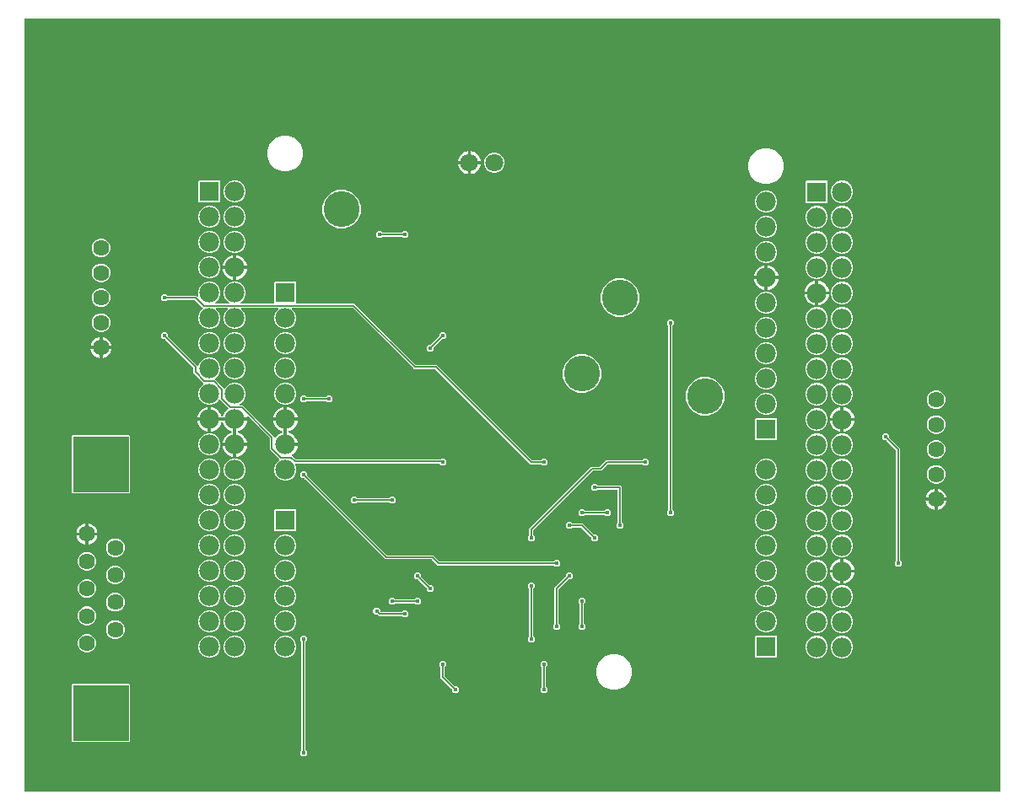
<source format=gbl>
G04 EAGLE Gerber RS-274X export*
G75*
%MOMM*%
%FSLAX34Y34*%
%LPD*%
%INBottom Copper*%
%IPPOS*%
%AMOC8*
5,1,8,0,0,1.08239X$1,22.5*%
G01*
%ADD10C,1.620000*%
%ADD11R,5.580000X5.580000*%
%ADD12C,1.800000*%
%ADD13R,1.980000X1.980000*%
%ADD14C,1.980000*%
%ADD15C,3.600000*%
%ADD16C,0.452400*%
%ADD17C,0.152400*%

G36*
X990620Y11942D02*
X990620Y11942D01*
X990639Y11940D01*
X990741Y11962D01*
X990843Y11979D01*
X990860Y11988D01*
X990880Y11992D01*
X990969Y12045D01*
X991060Y12094D01*
X991074Y12108D01*
X991091Y12118D01*
X991158Y12197D01*
X991230Y12272D01*
X991238Y12290D01*
X991251Y12305D01*
X991290Y12401D01*
X991333Y12495D01*
X991335Y12515D01*
X991343Y12533D01*
X991361Y12700D01*
X991361Y787400D01*
X991358Y787420D01*
X991360Y787439D01*
X991338Y787541D01*
X991322Y787643D01*
X991312Y787660D01*
X991308Y787680D01*
X991255Y787769D01*
X991206Y787860D01*
X991192Y787874D01*
X991182Y787891D01*
X991103Y787958D01*
X991028Y788030D01*
X991010Y788038D01*
X990995Y788051D01*
X990899Y788090D01*
X990805Y788133D01*
X990785Y788135D01*
X990767Y788143D01*
X990600Y788161D01*
X12700Y788161D01*
X12680Y788158D01*
X12661Y788160D01*
X12559Y788138D01*
X12457Y788122D01*
X12440Y788112D01*
X12420Y788108D01*
X12331Y788055D01*
X12240Y788006D01*
X12226Y787992D01*
X12209Y787982D01*
X12142Y787903D01*
X12071Y787828D01*
X12062Y787810D01*
X12049Y787795D01*
X12010Y787699D01*
X11967Y787605D01*
X11965Y787585D01*
X11957Y787567D01*
X11939Y787400D01*
X11939Y12700D01*
X11942Y12680D01*
X11940Y12661D01*
X11962Y12559D01*
X11979Y12457D01*
X11988Y12440D01*
X11992Y12420D01*
X12045Y12331D01*
X12094Y12240D01*
X12108Y12226D01*
X12118Y12209D01*
X12197Y12142D01*
X12272Y12071D01*
X12290Y12062D01*
X12305Y12049D01*
X12401Y12010D01*
X12495Y11967D01*
X12515Y11965D01*
X12533Y11957D01*
X12700Y11939D01*
X990600Y11939D01*
X990620Y11942D01*
G37*
%LPC*%
G36*
X531937Y339367D02*
X531937Y339367D01*
X530660Y340644D01*
X530586Y340697D01*
X530516Y340757D01*
X530486Y340769D01*
X530460Y340788D01*
X530373Y340815D01*
X530288Y340849D01*
X530247Y340853D01*
X530225Y340860D01*
X530193Y340859D01*
X530121Y340867D01*
X519858Y340867D01*
X424549Y436176D01*
X424475Y436229D01*
X424406Y436289D01*
X424375Y436301D01*
X424349Y436320D01*
X424262Y436347D01*
X424177Y436381D01*
X424136Y436385D01*
X424114Y436392D01*
X424082Y436391D01*
X424011Y436399D01*
X403044Y436399D01*
X341835Y497608D01*
X341762Y497661D01*
X341692Y497721D01*
X341662Y497733D01*
X341636Y497752D01*
X341549Y497779D01*
X341464Y497813D01*
X341423Y497817D01*
X341401Y497824D01*
X341368Y497823D01*
X341297Y497831D01*
X281204Y497831D01*
X281134Y497820D01*
X281062Y497818D01*
X281013Y497800D01*
X280962Y497792D01*
X280898Y497758D01*
X280831Y497733D01*
X280790Y497701D01*
X280744Y497676D01*
X280695Y497624D01*
X280639Y497580D01*
X280611Y497536D01*
X280575Y497498D01*
X280545Y497433D01*
X280506Y497373D01*
X280493Y497322D01*
X280471Y497275D01*
X280463Y497204D01*
X280446Y497134D01*
X280450Y497082D01*
X280444Y497031D01*
X280459Y496960D01*
X280465Y496889D01*
X280485Y496841D01*
X280496Y496790D01*
X280533Y496729D01*
X280561Y496663D01*
X280606Y496607D01*
X280623Y496579D01*
X280640Y496564D01*
X280666Y496532D01*
X283270Y493928D01*
X284971Y489822D01*
X284971Y485378D01*
X283270Y481272D01*
X280128Y478130D01*
X276022Y476429D01*
X271578Y476429D01*
X267472Y478130D01*
X264330Y481272D01*
X262629Y485378D01*
X262629Y489822D01*
X264330Y493928D01*
X266934Y496532D01*
X266976Y496590D01*
X267025Y496642D01*
X267047Y496689D01*
X267077Y496731D01*
X267099Y496800D01*
X267129Y496865D01*
X267135Y496917D01*
X267150Y496967D01*
X267148Y497038D01*
X267156Y497109D01*
X267145Y497160D01*
X267143Y497212D01*
X267119Y497280D01*
X267104Y497350D01*
X267077Y497395D01*
X267059Y497443D01*
X267014Y497499D01*
X266977Y497561D01*
X266938Y497595D01*
X266905Y497635D01*
X266845Y497674D01*
X266791Y497721D01*
X266742Y497740D01*
X266698Y497768D01*
X266629Y497786D01*
X266562Y497813D01*
X266491Y497821D01*
X266460Y497829D01*
X266437Y497827D01*
X266396Y497831D01*
X230404Y497831D01*
X230334Y497820D01*
X230262Y497818D01*
X230213Y497800D01*
X230162Y497792D01*
X230098Y497758D01*
X230031Y497733D01*
X229990Y497701D01*
X229944Y497676D01*
X229895Y497624D01*
X229839Y497580D01*
X229811Y497536D01*
X229775Y497498D01*
X229745Y497433D01*
X229706Y497373D01*
X229693Y497322D01*
X229671Y497275D01*
X229663Y497204D01*
X229646Y497134D01*
X229650Y497082D01*
X229644Y497031D01*
X229659Y496960D01*
X229665Y496889D01*
X229685Y496841D01*
X229696Y496790D01*
X229733Y496729D01*
X229761Y496663D01*
X229806Y496607D01*
X229823Y496579D01*
X229840Y496564D01*
X229866Y496532D01*
X232470Y493928D01*
X234171Y489822D01*
X234171Y485378D01*
X232470Y481272D01*
X229328Y478130D01*
X225222Y476429D01*
X220778Y476429D01*
X216672Y478130D01*
X213530Y481272D01*
X211829Y485378D01*
X211829Y489822D01*
X213530Y493928D01*
X216134Y496532D01*
X216176Y496590D01*
X216225Y496642D01*
X216247Y496689D01*
X216277Y496731D01*
X216299Y496800D01*
X216329Y496865D01*
X216335Y496917D01*
X216350Y496967D01*
X216348Y497038D01*
X216356Y497109D01*
X216345Y497160D01*
X216343Y497212D01*
X216319Y497280D01*
X216304Y497350D01*
X216277Y497395D01*
X216259Y497443D01*
X216214Y497499D01*
X216177Y497561D01*
X216138Y497595D01*
X216105Y497635D01*
X216045Y497674D01*
X215991Y497721D01*
X215942Y497740D01*
X215898Y497768D01*
X215829Y497786D01*
X215762Y497813D01*
X215691Y497821D01*
X215660Y497829D01*
X215637Y497827D01*
X215596Y497831D01*
X205004Y497831D01*
X204934Y497820D01*
X204862Y497818D01*
X204813Y497800D01*
X204762Y497792D01*
X204698Y497758D01*
X204631Y497733D01*
X204590Y497701D01*
X204544Y497676D01*
X204495Y497624D01*
X204439Y497580D01*
X204411Y497536D01*
X204375Y497498D01*
X204345Y497433D01*
X204306Y497373D01*
X204293Y497322D01*
X204271Y497275D01*
X204263Y497204D01*
X204246Y497134D01*
X204250Y497082D01*
X204244Y497031D01*
X204259Y496960D01*
X204265Y496889D01*
X204285Y496841D01*
X204296Y496790D01*
X204333Y496729D01*
X204361Y496663D01*
X204406Y496607D01*
X204423Y496579D01*
X204440Y496564D01*
X204466Y496532D01*
X207070Y493928D01*
X208771Y489822D01*
X208771Y485378D01*
X207070Y481272D01*
X203928Y478130D01*
X199822Y476429D01*
X195378Y476429D01*
X191272Y478130D01*
X188130Y481272D01*
X186429Y485378D01*
X186429Y489822D01*
X188130Y493928D01*
X191068Y496866D01*
X191080Y496882D01*
X191095Y496895D01*
X191152Y496982D01*
X191212Y497066D01*
X191218Y497085D01*
X191228Y497102D01*
X191254Y497202D01*
X191284Y497301D01*
X191284Y497321D01*
X191289Y497340D01*
X191280Y497443D01*
X191278Y497547D01*
X191271Y497566D01*
X191269Y497585D01*
X191229Y497680D01*
X191193Y497778D01*
X191181Y497793D01*
X191173Y497812D01*
X191068Y497943D01*
X183267Y505744D01*
X183193Y505797D01*
X183123Y505857D01*
X183093Y505869D01*
X183067Y505888D01*
X182980Y505915D01*
X182895Y505949D01*
X182854Y505953D01*
X182832Y505960D01*
X182800Y505959D01*
X182728Y505967D01*
X155679Y505967D01*
X155589Y505953D01*
X155498Y505945D01*
X155468Y505933D01*
X155436Y505928D01*
X155355Y505885D01*
X155271Y505849D01*
X155239Y505823D01*
X155219Y505812D01*
X155196Y505789D01*
X155140Y505744D01*
X153863Y504467D01*
X150937Y504467D01*
X148867Y506537D01*
X148867Y509463D01*
X150937Y511533D01*
X153863Y511533D01*
X155140Y510256D01*
X155214Y510203D01*
X155284Y510143D01*
X155314Y510131D01*
X155340Y510112D01*
X155427Y510085D01*
X155512Y510051D01*
X155553Y510047D01*
X155575Y510040D01*
X155607Y510041D01*
X155679Y510033D01*
X184728Y510033D01*
X185453Y509307D01*
X185532Y509250D01*
X185607Y509188D01*
X185632Y509179D01*
X185653Y509163D01*
X185746Y509135D01*
X185837Y509100D01*
X185863Y509099D01*
X185888Y509091D01*
X185986Y509094D01*
X186083Y509089D01*
X186108Y509097D01*
X186134Y509097D01*
X186226Y509131D01*
X186319Y509158D01*
X186341Y509173D01*
X186365Y509182D01*
X186441Y509243D01*
X186521Y509298D01*
X186537Y509319D01*
X186557Y509336D01*
X186610Y509418D01*
X186668Y509496D01*
X186676Y509520D01*
X186690Y509542D01*
X186714Y509637D01*
X186744Y509730D01*
X186744Y509756D01*
X186750Y509781D01*
X186743Y509878D01*
X186742Y509975D01*
X186733Y510007D01*
X186731Y510026D01*
X186718Y510057D01*
X186695Y510137D01*
X186429Y510778D01*
X186429Y515222D01*
X188130Y519328D01*
X191272Y522470D01*
X195378Y524171D01*
X199822Y524171D01*
X203928Y522470D01*
X207070Y519328D01*
X208771Y515222D01*
X208771Y510778D01*
X207070Y506672D01*
X203928Y503530D01*
X203521Y503361D01*
X203438Y503310D01*
X203352Y503264D01*
X203334Y503245D01*
X203312Y503232D01*
X203249Y503157D01*
X203182Y503086D01*
X203171Y503062D01*
X203155Y503042D01*
X203120Y502951D01*
X203079Y502863D01*
X203076Y502837D01*
X203067Y502813D01*
X203062Y502715D01*
X203052Y502619D01*
X203057Y502593D01*
X203056Y502567D01*
X203083Y502473D01*
X203104Y502378D01*
X203117Y502356D01*
X203125Y502331D01*
X203180Y502251D01*
X203230Y502167D01*
X203250Y502150D01*
X203265Y502129D01*
X203343Y502071D01*
X203417Y502007D01*
X203441Y501997D01*
X203462Y501982D01*
X203555Y501952D01*
X203645Y501915D01*
X203678Y501912D01*
X203696Y501906D01*
X203729Y501906D01*
X203812Y501897D01*
X216788Y501897D01*
X216884Y501912D01*
X216981Y501922D01*
X217005Y501932D01*
X217031Y501936D01*
X217117Y501982D01*
X217206Y502022D01*
X217225Y502039D01*
X217248Y502052D01*
X217315Y502122D01*
X217387Y502188D01*
X217400Y502211D01*
X217418Y502230D01*
X217459Y502318D01*
X217506Y502404D01*
X217510Y502429D01*
X217521Y502453D01*
X217532Y502550D01*
X217549Y502646D01*
X217545Y502672D01*
X217548Y502697D01*
X217528Y502792D01*
X217513Y502889D01*
X217502Y502912D01*
X217496Y502938D01*
X217446Y503021D01*
X217402Y503108D01*
X217383Y503127D01*
X217370Y503149D01*
X217296Y503212D01*
X217226Y503280D01*
X217198Y503296D01*
X217183Y503309D01*
X217152Y503321D01*
X217079Y503361D01*
X216672Y503530D01*
X213530Y506672D01*
X211829Y510778D01*
X211829Y515222D01*
X213530Y519328D01*
X216672Y522470D01*
X220778Y524171D01*
X225222Y524171D01*
X229328Y522470D01*
X232470Y519328D01*
X234171Y515222D01*
X234171Y510778D01*
X232470Y506672D01*
X229328Y503530D01*
X228921Y503361D01*
X228838Y503310D01*
X228752Y503264D01*
X228734Y503245D01*
X228712Y503232D01*
X228649Y503157D01*
X228582Y503086D01*
X228571Y503062D01*
X228555Y503042D01*
X228520Y502951D01*
X228479Y502863D01*
X228476Y502837D01*
X228467Y502813D01*
X228462Y502715D01*
X228452Y502619D01*
X228457Y502593D01*
X228456Y502567D01*
X228483Y502473D01*
X228504Y502378D01*
X228517Y502356D01*
X228525Y502331D01*
X228580Y502251D01*
X228630Y502167D01*
X228650Y502150D01*
X228665Y502129D01*
X228743Y502071D01*
X228817Y502007D01*
X228841Y501997D01*
X228862Y501982D01*
X228955Y501952D01*
X229045Y501915D01*
X229078Y501912D01*
X229096Y501906D01*
X229129Y501906D01*
X229212Y501897D01*
X261868Y501897D01*
X261888Y501900D01*
X261907Y501898D01*
X262009Y501920D01*
X262111Y501936D01*
X262128Y501946D01*
X262148Y501950D01*
X262237Y502003D01*
X262328Y502052D01*
X262342Y502066D01*
X262359Y502076D01*
X262426Y502155D01*
X262498Y502230D01*
X262506Y502248D01*
X262519Y502263D01*
X262558Y502359D01*
X262601Y502453D01*
X262603Y502473D01*
X262611Y502491D01*
X262629Y502658D01*
X262629Y523426D01*
X263374Y524171D01*
X284226Y524171D01*
X284971Y523426D01*
X284971Y502658D01*
X284974Y502638D01*
X284972Y502619D01*
X284994Y502517D01*
X285010Y502415D01*
X285020Y502398D01*
X285024Y502378D01*
X285077Y502289D01*
X285126Y502198D01*
X285140Y502184D01*
X285150Y502167D01*
X285229Y502100D01*
X285304Y502028D01*
X285322Y502020D01*
X285337Y502007D01*
X285433Y501968D01*
X285527Y501925D01*
X285547Y501923D01*
X285565Y501915D01*
X285732Y501897D01*
X343297Y501897D01*
X404506Y440688D01*
X404579Y440635D01*
X404649Y440575D01*
X404679Y440563D01*
X404705Y440544D01*
X404792Y440517D01*
X404877Y440483D01*
X404918Y440479D01*
X404940Y440472D01*
X404973Y440473D01*
X405044Y440465D01*
X426010Y440465D01*
X521319Y345156D01*
X521393Y345103D01*
X521462Y345043D01*
X521493Y345031D01*
X521519Y345012D01*
X521606Y344985D01*
X521691Y344951D01*
X521732Y344947D01*
X521754Y344940D01*
X521786Y344941D01*
X521857Y344933D01*
X530121Y344933D01*
X530211Y344947D01*
X530302Y344955D01*
X530332Y344967D01*
X530364Y344972D01*
X530445Y345015D01*
X530529Y345051D01*
X530561Y345077D01*
X530581Y345088D01*
X530604Y345111D01*
X530660Y345156D01*
X531937Y346433D01*
X534863Y346433D01*
X536933Y344363D01*
X536933Y341437D01*
X534863Y339367D01*
X531937Y339367D01*
G37*
%LPD*%
%LPC*%
G36*
X271578Y324029D02*
X271578Y324029D01*
X267472Y325730D01*
X264330Y328872D01*
X262629Y332978D01*
X262629Y337422D01*
X264330Y341528D01*
X267472Y344670D01*
X267529Y344693D01*
X267568Y344718D01*
X267611Y344733D01*
X267672Y344782D01*
X267738Y344823D01*
X267767Y344858D01*
X267803Y344887D01*
X267845Y344953D01*
X267895Y345013D01*
X267911Y345055D01*
X267936Y345094D01*
X267955Y345170D01*
X267983Y345242D01*
X267985Y345288D01*
X267996Y345333D01*
X267990Y345410D01*
X267993Y345488D01*
X267980Y345532D01*
X267977Y345578D01*
X267946Y345649D01*
X267925Y345724D01*
X267899Y345762D01*
X267881Y345804D01*
X267795Y345911D01*
X267785Y345926D01*
X267781Y345929D01*
X267776Y345935D01*
X258331Y355380D01*
X258331Y366793D01*
X258317Y366883D01*
X258309Y366974D01*
X258297Y367004D01*
X258292Y367036D01*
X258249Y367116D01*
X258213Y367200D01*
X258187Y367232D01*
X258176Y367253D01*
X258153Y367275D01*
X258108Y367331D01*
X236529Y388911D01*
X236523Y388915D01*
X236518Y388922D01*
X236422Y388987D01*
X236329Y389054D01*
X236322Y389056D01*
X236315Y389061D01*
X236205Y389093D01*
X236094Y389126D01*
X236086Y389126D01*
X236079Y389128D01*
X235964Y389123D01*
X235848Y389120D01*
X235841Y389117D01*
X235833Y389117D01*
X235726Y389075D01*
X235617Y389036D01*
X235611Y389031D01*
X235604Y389028D01*
X235516Y388954D01*
X235425Y388882D01*
X235421Y388875D01*
X235415Y388870D01*
X235355Y388772D01*
X235292Y388675D01*
X235290Y388667D01*
X235286Y388660D01*
X235260Y388547D01*
X235232Y388436D01*
X235233Y388429D01*
X235231Y388421D01*
X235239Y388253D01*
X235355Y387523D01*
X223762Y387523D01*
X223742Y387520D01*
X223723Y387522D01*
X223621Y387500D01*
X223519Y387483D01*
X223502Y387474D01*
X223482Y387470D01*
X223393Y387417D01*
X223302Y387368D01*
X223288Y387354D01*
X223271Y387344D01*
X223204Y387265D01*
X223133Y387190D01*
X223124Y387172D01*
X223111Y387157D01*
X223073Y387061D01*
X223029Y386967D01*
X223027Y386947D01*
X223019Y386929D01*
X223001Y386762D01*
X223001Y385999D01*
X222999Y385999D01*
X222999Y386762D01*
X222996Y386782D01*
X222998Y386801D01*
X222976Y386903D01*
X222959Y387005D01*
X222950Y387022D01*
X222946Y387042D01*
X222893Y387131D01*
X222844Y387222D01*
X222830Y387236D01*
X222820Y387253D01*
X222741Y387320D01*
X222666Y387391D01*
X222648Y387400D01*
X222633Y387413D01*
X222537Y387452D01*
X222443Y387495D01*
X222423Y387497D01*
X222405Y387505D01*
X222238Y387523D01*
X199123Y387523D01*
X199123Y398355D01*
X200513Y398134D01*
X202376Y397529D01*
X204120Y396640D01*
X205705Y395489D01*
X207089Y394105D01*
X208240Y392520D01*
X209129Y390776D01*
X209576Y389401D01*
X209580Y389394D01*
X209581Y389386D01*
X209636Y389284D01*
X209689Y389182D01*
X209694Y389177D01*
X209698Y389170D01*
X209783Y389091D01*
X209865Y389011D01*
X209873Y389008D01*
X209878Y389002D01*
X209984Y388954D01*
X210087Y388905D01*
X210095Y388904D01*
X210103Y388901D01*
X210217Y388889D01*
X210332Y388875D01*
X210339Y388877D01*
X210347Y388876D01*
X210460Y388902D01*
X210572Y388925D01*
X210579Y388929D01*
X210587Y388931D01*
X210686Y388991D01*
X210785Y389049D01*
X210790Y389055D01*
X210797Y389059D01*
X210872Y389148D01*
X210947Y389234D01*
X210950Y389242D01*
X210955Y389248D01*
X211024Y389401D01*
X211471Y390776D01*
X212360Y392520D01*
X213511Y394105D01*
X214895Y395489D01*
X216217Y396449D01*
X216273Y396506D01*
X216335Y396555D01*
X216359Y396593D01*
X216390Y396624D01*
X216425Y396695D01*
X216468Y396762D01*
X216479Y396805D01*
X216498Y396845D01*
X216508Y396924D01*
X216528Y397001D01*
X216524Y397045D01*
X216530Y397089D01*
X216515Y397167D01*
X216509Y397246D01*
X216491Y397287D01*
X216483Y397330D01*
X216443Y397399D01*
X216412Y397472D01*
X216376Y397518D01*
X216361Y397544D01*
X216340Y397562D01*
X216308Y397603D01*
X208394Y405517D01*
X208356Y405544D01*
X208325Y405578D01*
X208257Y405615D01*
X208194Y405661D01*
X208150Y405674D01*
X208110Y405696D01*
X208033Y405710D01*
X207959Y405733D01*
X207913Y405732D01*
X207868Y405740D01*
X207791Y405729D01*
X207713Y405727D01*
X207670Y405711D01*
X207624Y405704D01*
X207555Y405669D01*
X207482Y405642D01*
X207446Y405614D01*
X207405Y405593D01*
X207351Y405537D01*
X207290Y405489D01*
X207265Y405450D01*
X207233Y405417D01*
X207167Y405298D01*
X207157Y405282D01*
X207156Y405277D01*
X207152Y405270D01*
X207070Y405072D01*
X203928Y401930D01*
X199822Y400229D01*
X195378Y400229D01*
X191272Y401930D01*
X188130Y405072D01*
X186429Y409178D01*
X186429Y413622D01*
X188130Y417728D01*
X191272Y420870D01*
X191400Y420923D01*
X191439Y420947D01*
X191482Y420963D01*
X191542Y421011D01*
X191609Y421052D01*
X191638Y421088D01*
X191674Y421116D01*
X191716Y421182D01*
X191765Y421242D01*
X191782Y421285D01*
X191807Y421323D01*
X191826Y421399D01*
X191854Y421472D01*
X191856Y421517D01*
X191867Y421562D01*
X191861Y421639D01*
X191864Y421717D01*
X191851Y421761D01*
X191848Y421807D01*
X191817Y421879D01*
X191795Y421953D01*
X191769Y421991D01*
X191751Y422033D01*
X191666Y422140D01*
X191655Y422156D01*
X191651Y422159D01*
X191647Y422164D01*
X190294Y423517D01*
X181431Y432380D01*
X181431Y437679D01*
X181417Y437769D01*
X181409Y437860D01*
X181397Y437889D01*
X181392Y437921D01*
X181349Y438002D01*
X181313Y438086D01*
X181287Y438118D01*
X181276Y438139D01*
X181253Y438161D01*
X181208Y438217D01*
X153281Y466144D01*
X153207Y466197D01*
X153138Y466257D01*
X153107Y466269D01*
X153081Y466288D01*
X152994Y466315D01*
X152909Y466349D01*
X152868Y466353D01*
X152846Y466360D01*
X152814Y466359D01*
X152743Y466367D01*
X150937Y466367D01*
X148867Y468437D01*
X148867Y471363D01*
X150937Y473433D01*
X153863Y473433D01*
X155933Y471363D01*
X155933Y469557D01*
X155947Y469467D01*
X155955Y469376D01*
X155967Y469347D01*
X155972Y469315D01*
X156015Y469234D01*
X156051Y469150D01*
X156077Y469118D01*
X156088Y469097D01*
X156111Y469075D01*
X156156Y469019D01*
X184083Y441092D01*
X185543Y439632D01*
X185580Y439605D01*
X185611Y439571D01*
X185679Y439534D01*
X185742Y439489D01*
X185786Y439475D01*
X185826Y439453D01*
X185903Y439439D01*
X185977Y439416D01*
X186023Y439417D01*
X186069Y439409D01*
X186146Y439420D01*
X186223Y439423D01*
X186266Y439438D01*
X186312Y439445D01*
X186381Y439480D01*
X186454Y439507D01*
X186490Y439536D01*
X186531Y439556D01*
X186586Y439612D01*
X186646Y439661D01*
X186671Y439699D01*
X186703Y439732D01*
X186769Y439852D01*
X186779Y439868D01*
X186781Y439872D01*
X186784Y439879D01*
X188130Y443128D01*
X191272Y446270D01*
X195378Y447971D01*
X199822Y447971D01*
X203928Y446270D01*
X207070Y443128D01*
X208771Y439022D01*
X208771Y434578D01*
X207070Y430472D01*
X203928Y427330D01*
X203447Y427131D01*
X203408Y427107D01*
X203365Y427091D01*
X203304Y427042D01*
X203238Y427001D01*
X203209Y426966D01*
X203173Y426937D01*
X203131Y426872D01*
X203081Y426812D01*
X203065Y426769D01*
X203040Y426730D01*
X203021Y426655D01*
X202993Y426582D01*
X202991Y426536D01*
X202980Y426492D01*
X202986Y426414D01*
X202982Y426336D01*
X202995Y426292D01*
X202999Y426246D01*
X203029Y426175D01*
X203051Y426100D01*
X203077Y426062D01*
X203095Y426020D01*
X203180Y425913D01*
X203191Y425898D01*
X203195Y425895D01*
X203200Y425889D01*
X210983Y418106D01*
X212089Y417000D01*
X212126Y416973D01*
X212158Y416939D01*
X212226Y416902D01*
X212289Y416856D01*
X212333Y416843D01*
X212373Y416821D01*
X212450Y416807D01*
X212524Y416784D01*
X212570Y416785D01*
X212615Y416777D01*
X212692Y416788D01*
X212770Y416790D01*
X212813Y416806D01*
X212858Y416813D01*
X212928Y416848D01*
X213001Y416875D01*
X213037Y416904D01*
X213078Y416924D01*
X213132Y416980D01*
X213193Y417029D01*
X213218Y417067D01*
X213250Y417100D01*
X213316Y417220D01*
X213326Y417235D01*
X213327Y417240D01*
X213331Y417247D01*
X213530Y417728D01*
X216672Y420870D01*
X220778Y422571D01*
X225222Y422571D01*
X229328Y420870D01*
X232470Y417728D01*
X234171Y413622D01*
X234171Y409178D01*
X232470Y405072D01*
X229328Y401930D01*
X228370Y401533D01*
X228287Y401482D01*
X228201Y401436D01*
X228183Y401418D01*
X228161Y401404D01*
X228099Y401328D01*
X228032Y401258D01*
X228021Y401234D01*
X228004Y401214D01*
X227969Y401123D01*
X227928Y401035D01*
X227925Y401009D01*
X227916Y400985D01*
X227912Y400887D01*
X227901Y400791D01*
X227907Y400765D01*
X227906Y400739D01*
X227933Y400645D01*
X227953Y400550D01*
X227967Y400528D01*
X227974Y400503D01*
X228030Y400423D01*
X228080Y400339D01*
X228100Y400322D01*
X228114Y400301D01*
X228193Y400242D01*
X228267Y400179D01*
X228291Y400169D01*
X228312Y400154D01*
X228404Y400124D01*
X228495Y400087D01*
X228527Y400084D01*
X228546Y400078D01*
X228579Y400078D01*
X228661Y400069D01*
X231120Y400069D01*
X262397Y368792D01*
X262397Y368413D01*
X262398Y368405D01*
X262397Y368397D01*
X262418Y368284D01*
X262436Y368170D01*
X262440Y368163D01*
X262442Y368155D01*
X262498Y368054D01*
X262552Y367953D01*
X262557Y367947D01*
X262561Y367940D01*
X262646Y367863D01*
X262730Y367784D01*
X262737Y367780D01*
X262743Y367775D01*
X262848Y367729D01*
X262953Y367680D01*
X262961Y367679D01*
X262968Y367676D01*
X263083Y367665D01*
X263197Y367653D01*
X263205Y367655D01*
X263213Y367654D01*
X263326Y367681D01*
X263438Y367705D01*
X263445Y367709D01*
X263452Y367711D01*
X263551Y367772D01*
X263649Y367831D01*
X263654Y367837D01*
X263661Y367842D01*
X263774Y367966D01*
X264311Y368705D01*
X265695Y370089D01*
X267280Y371240D01*
X269024Y372129D01*
X270399Y372576D01*
X270406Y372580D01*
X270414Y372581D01*
X270515Y372636D01*
X270618Y372689D01*
X270623Y372695D01*
X270630Y372698D01*
X270709Y372783D01*
X270789Y372865D01*
X270792Y372873D01*
X270798Y372879D01*
X270846Y372984D01*
X270895Y373087D01*
X270896Y373095D01*
X270899Y373103D01*
X270911Y373217D01*
X270925Y373332D01*
X270923Y373339D01*
X270924Y373347D01*
X270898Y373460D01*
X270875Y373572D01*
X270871Y373579D01*
X270869Y373587D01*
X270809Y373685D01*
X270751Y373785D01*
X270745Y373790D01*
X270741Y373797D01*
X270653Y373871D01*
X270566Y373947D01*
X270558Y373950D01*
X270552Y373955D01*
X270399Y374024D01*
X269024Y374471D01*
X267280Y375360D01*
X265695Y376511D01*
X264311Y377895D01*
X263160Y379480D01*
X262271Y381224D01*
X261666Y383087D01*
X261445Y384477D01*
X272277Y384477D01*
X272277Y361362D01*
X272280Y361342D01*
X272278Y361323D01*
X272300Y361221D01*
X272317Y361119D01*
X272326Y361102D01*
X272330Y361082D01*
X272383Y360993D01*
X272432Y360902D01*
X272446Y360888D01*
X272456Y360871D01*
X272535Y360804D01*
X272610Y360733D01*
X272628Y360724D01*
X272643Y360711D01*
X272739Y360673D01*
X272833Y360629D01*
X272853Y360627D01*
X272871Y360619D01*
X273038Y360601D01*
X273801Y360601D01*
X273801Y359838D01*
X273804Y359818D01*
X273802Y359799D01*
X273824Y359697D01*
X273841Y359595D01*
X273850Y359578D01*
X273854Y359558D01*
X273907Y359469D01*
X273956Y359378D01*
X273970Y359364D01*
X273980Y359347D01*
X274059Y359280D01*
X274134Y359209D01*
X274152Y359200D01*
X274167Y359187D01*
X274263Y359148D01*
X274357Y359105D01*
X274377Y359103D01*
X274395Y359095D01*
X274562Y359077D01*
X286155Y359077D01*
X285934Y357687D01*
X285329Y355824D01*
X284440Y354080D01*
X283289Y352495D01*
X281905Y351111D01*
X280873Y350361D01*
X280817Y350305D01*
X280755Y350255D01*
X280731Y350218D01*
X280700Y350186D01*
X280665Y350115D01*
X280622Y350048D01*
X280611Y350005D01*
X280592Y349965D01*
X280581Y349887D01*
X280562Y349810D01*
X280565Y349765D01*
X280559Y349722D01*
X280575Y349643D01*
X280581Y349564D01*
X280598Y349524D01*
X280607Y349480D01*
X280646Y349411D01*
X280677Y349338D01*
X280714Y349292D01*
X280729Y349267D01*
X280749Y349248D01*
X280782Y349207D01*
X281934Y348055D01*
X284233Y345756D01*
X284307Y345703D01*
X284377Y345643D01*
X284407Y345631D01*
X284433Y345612D01*
X284520Y345585D01*
X284605Y345551D01*
X284646Y345547D01*
X284668Y345540D01*
X284700Y345541D01*
X284772Y345533D01*
X429121Y345533D01*
X429211Y345547D01*
X429302Y345555D01*
X429332Y345567D01*
X429364Y345572D01*
X429445Y345615D01*
X429529Y345651D01*
X429561Y345677D01*
X429581Y345688D01*
X429604Y345711D01*
X429660Y345756D01*
X430337Y346433D01*
X433263Y346433D01*
X435333Y344363D01*
X435333Y341437D01*
X433263Y339367D01*
X430337Y339367D01*
X428460Y341244D01*
X428386Y341297D01*
X428316Y341357D01*
X428286Y341369D01*
X428260Y341388D01*
X428173Y341415D01*
X428088Y341449D01*
X428047Y341453D01*
X428025Y341460D01*
X427993Y341459D01*
X427921Y341467D01*
X284434Y341467D01*
X284389Y341460D01*
X284343Y341462D01*
X284268Y341440D01*
X284192Y341428D01*
X284151Y341406D01*
X284107Y341393D01*
X284043Y341349D01*
X283974Y341312D01*
X283943Y341279D01*
X283905Y341253D01*
X283859Y341191D01*
X283805Y341134D01*
X283786Y341092D01*
X283758Y341056D01*
X283734Y340982D01*
X283701Y340911D01*
X283696Y340865D01*
X283682Y340822D01*
X283683Y340744D01*
X283674Y340667D01*
X283684Y340622D01*
X283684Y340576D01*
X283722Y340444D01*
X283726Y340426D01*
X283729Y340422D01*
X283731Y340415D01*
X284971Y337422D01*
X284971Y332978D01*
X283270Y328872D01*
X280128Y325730D01*
X276022Y324029D01*
X271578Y324029D01*
G37*
%LPD*%
%LPC*%
G36*
X60474Y61779D02*
X60474Y61779D01*
X59729Y62524D01*
X59729Y119376D01*
X60474Y120121D01*
X117326Y120121D01*
X118071Y119376D01*
X118071Y62524D01*
X117326Y61779D01*
X60474Y61779D01*
G37*
%LPD*%
%LPC*%
G36*
X60474Y311679D02*
X60474Y311679D01*
X59729Y312424D01*
X59729Y369276D01*
X60474Y370021D01*
X117326Y370021D01*
X118071Y369276D01*
X118071Y312424D01*
X117326Y311679D01*
X60474Y311679D01*
G37*
%LPD*%
%LPC*%
G36*
X544637Y237767D02*
X544637Y237767D01*
X543360Y239044D01*
X543286Y239097D01*
X543216Y239157D01*
X543186Y239169D01*
X543160Y239188D01*
X543073Y239215D01*
X542988Y239249D01*
X542947Y239253D01*
X542925Y239260D01*
X542893Y239259D01*
X542821Y239267D01*
X426839Y239267D01*
X420994Y245112D01*
X420921Y245165D01*
X420851Y245225D01*
X420821Y245237D01*
X420795Y245256D01*
X420708Y245283D01*
X420623Y245317D01*
X420582Y245321D01*
X420560Y245328D01*
X420527Y245327D01*
X420456Y245335D01*
X374090Y245335D01*
X292981Y326444D01*
X292907Y326497D01*
X292838Y326557D01*
X292807Y326569D01*
X292781Y326588D01*
X292694Y326615D01*
X292609Y326649D01*
X292568Y326653D01*
X292546Y326660D01*
X292514Y326659D01*
X292443Y326667D01*
X290637Y326667D01*
X288567Y328737D01*
X288567Y331663D01*
X290637Y333733D01*
X293563Y333733D01*
X295633Y331663D01*
X295633Y329857D01*
X295647Y329767D01*
X295655Y329676D01*
X295667Y329647D01*
X295672Y329615D01*
X295715Y329534D01*
X295751Y329450D01*
X295777Y329418D01*
X295788Y329397D01*
X295811Y329375D01*
X295856Y329319D01*
X375551Y249624D01*
X375625Y249571D01*
X375694Y249511D01*
X375725Y249499D01*
X375751Y249480D01*
X375838Y249453D01*
X375923Y249419D01*
X375964Y249415D01*
X375986Y249408D01*
X376018Y249409D01*
X376089Y249401D01*
X422456Y249401D01*
X428301Y243556D01*
X428374Y243503D01*
X428444Y243443D01*
X428474Y243431D01*
X428500Y243412D01*
X428587Y243385D01*
X428672Y243351D01*
X428713Y243347D01*
X428735Y243340D01*
X428768Y243341D01*
X428839Y243333D01*
X542821Y243333D01*
X542911Y243347D01*
X543002Y243355D01*
X543032Y243367D01*
X543064Y243372D01*
X543145Y243415D01*
X543229Y243451D01*
X543261Y243477D01*
X543281Y243488D01*
X543304Y243511D01*
X543306Y243513D01*
X543308Y243514D01*
X543309Y243515D01*
X543360Y243556D01*
X544637Y244833D01*
X547563Y244833D01*
X549633Y242763D01*
X549633Y239837D01*
X547563Y237767D01*
X544637Y237767D01*
G37*
%LPD*%
%LPC*%
G36*
X605767Y488729D02*
X605767Y488729D01*
X598684Y491663D01*
X593263Y497084D01*
X590329Y504167D01*
X590329Y511833D01*
X593263Y518916D01*
X598684Y524337D01*
X605767Y527271D01*
X613433Y527271D01*
X620516Y524337D01*
X625937Y518916D01*
X628871Y511833D01*
X628871Y504167D01*
X625937Y497084D01*
X620516Y491663D01*
X613433Y488729D01*
X605767Y488729D01*
G37*
%LPD*%
%LPC*%
G36*
X567667Y412529D02*
X567667Y412529D01*
X560584Y415463D01*
X555163Y420884D01*
X552229Y427967D01*
X552229Y435633D01*
X555163Y442716D01*
X560584Y448137D01*
X567667Y451071D01*
X575333Y451071D01*
X582416Y448137D01*
X587837Y442716D01*
X590771Y435633D01*
X590771Y427967D01*
X587837Y420884D01*
X582416Y415463D01*
X575333Y412529D01*
X567667Y412529D01*
G37*
%LPD*%
%LPC*%
G36*
X326367Y577629D02*
X326367Y577629D01*
X319284Y580563D01*
X313863Y585984D01*
X310929Y593067D01*
X310929Y600733D01*
X313863Y607816D01*
X319284Y613237D01*
X326367Y616171D01*
X334033Y616171D01*
X341116Y613237D01*
X346537Y607816D01*
X349471Y600733D01*
X349471Y593067D01*
X346537Y585984D01*
X341116Y580563D01*
X334033Y577629D01*
X326367Y577629D01*
G37*
%LPD*%
%LPC*%
G36*
X691267Y389829D02*
X691267Y389829D01*
X684184Y392763D01*
X678763Y398184D01*
X675829Y405267D01*
X675829Y412933D01*
X678763Y420016D01*
X684184Y425437D01*
X691267Y428371D01*
X698933Y428371D01*
X706016Y425437D01*
X711437Y420016D01*
X714371Y412933D01*
X714371Y405267D01*
X711437Y398184D01*
X706016Y392763D01*
X698933Y389829D01*
X691267Y389829D01*
G37*
%LPD*%
%LPC*%
G36*
X270244Y634824D02*
X270244Y634824D01*
X263674Y637546D01*
X258646Y642574D01*
X255924Y649144D01*
X255924Y656256D01*
X258646Y662826D01*
X263674Y667854D01*
X270244Y670576D01*
X277356Y670576D01*
X283926Y667854D01*
X288954Y662826D01*
X291676Y656256D01*
X291676Y649144D01*
X288954Y642574D01*
X283926Y637546D01*
X277356Y634824D01*
X270244Y634824D01*
G37*
%LPD*%
%LPC*%
G36*
X752844Y622124D02*
X752844Y622124D01*
X746274Y624846D01*
X741246Y629874D01*
X738524Y636444D01*
X738524Y643556D01*
X741246Y650126D01*
X746274Y655154D01*
X752844Y657876D01*
X759956Y657876D01*
X766526Y655154D01*
X771554Y650126D01*
X774276Y643556D01*
X774276Y636444D01*
X771554Y629874D01*
X766526Y624846D01*
X759956Y622124D01*
X752844Y622124D01*
G37*
%LPD*%
%LPC*%
G36*
X600444Y114124D02*
X600444Y114124D01*
X593874Y116846D01*
X588846Y121874D01*
X586124Y128444D01*
X586124Y135556D01*
X588846Y142126D01*
X593874Y147154D01*
X600444Y149876D01*
X607556Y149876D01*
X614126Y147154D01*
X619154Y142126D01*
X621876Y135556D01*
X621876Y128444D01*
X619154Y121874D01*
X614126Y116846D01*
X607556Y114124D01*
X600444Y114124D01*
G37*
%LPD*%
%LPC*%
G36*
X658937Y288567D02*
X658937Y288567D01*
X656867Y290637D01*
X656867Y293563D01*
X658144Y294840D01*
X658197Y294914D01*
X658257Y294984D01*
X658269Y295014D01*
X658288Y295040D01*
X658315Y295127D01*
X658349Y295212D01*
X658353Y295253D01*
X658360Y295275D01*
X658359Y295307D01*
X658367Y295379D01*
X658367Y479321D01*
X658353Y479411D01*
X658345Y479502D01*
X658333Y479532D01*
X658328Y479564D01*
X658285Y479645D01*
X658249Y479729D01*
X658223Y479761D01*
X658212Y479781D01*
X658189Y479804D01*
X658165Y479834D01*
X658163Y479837D01*
X658161Y479839D01*
X658144Y479860D01*
X656867Y481137D01*
X656867Y484063D01*
X658937Y486133D01*
X661863Y486133D01*
X663933Y484063D01*
X663933Y481137D01*
X662656Y479860D01*
X662610Y479796D01*
X662589Y479774D01*
X662585Y479766D01*
X662543Y479716D01*
X662531Y479686D01*
X662512Y479660D01*
X662485Y479573D01*
X662451Y479488D01*
X662447Y479447D01*
X662440Y479425D01*
X662441Y479393D01*
X662433Y479321D01*
X662433Y295379D01*
X662447Y295289D01*
X662455Y295198D01*
X662467Y295168D01*
X662472Y295136D01*
X662515Y295055D01*
X662551Y294971D01*
X662577Y294939D01*
X662588Y294919D01*
X662611Y294896D01*
X662656Y294840D01*
X663933Y293563D01*
X663933Y290637D01*
X661863Y288567D01*
X658937Y288567D01*
G37*
%LPD*%
%LPC*%
G36*
X519237Y263167D02*
X519237Y263167D01*
X517167Y265237D01*
X517167Y268163D01*
X518444Y269440D01*
X518497Y269514D01*
X518557Y269584D01*
X518569Y269614D01*
X518588Y269640D01*
X518615Y269727D01*
X518649Y269812D01*
X518653Y269853D01*
X518660Y269875D01*
X518659Y269907D01*
X518667Y269979D01*
X518667Y276124D01*
X580844Y338301D01*
X589111Y338301D01*
X589201Y338315D01*
X589292Y338323D01*
X589321Y338335D01*
X589353Y338340D01*
X589434Y338383D01*
X589518Y338419D01*
X589550Y338445D01*
X589571Y338456D01*
X589593Y338479D01*
X589649Y338524D01*
X596058Y344933D01*
X631721Y344933D01*
X631811Y344947D01*
X631902Y344955D01*
X631932Y344967D01*
X631964Y344972D01*
X632045Y345015D01*
X632129Y345051D01*
X632161Y345077D01*
X632181Y345088D01*
X632204Y345111D01*
X632260Y345156D01*
X633537Y346433D01*
X636463Y346433D01*
X638533Y344363D01*
X638533Y341437D01*
X636463Y339367D01*
X633537Y339367D01*
X632260Y340644D01*
X632186Y340697D01*
X632116Y340757D01*
X632086Y340769D01*
X632060Y340788D01*
X631973Y340815D01*
X631888Y340849D01*
X631847Y340853D01*
X631825Y340860D01*
X631793Y340859D01*
X631721Y340867D01*
X598057Y340867D01*
X597967Y340853D01*
X597876Y340845D01*
X597847Y340833D01*
X597815Y340828D01*
X597734Y340785D01*
X597650Y340749D01*
X597618Y340723D01*
X597597Y340712D01*
X597575Y340689D01*
X597519Y340644D01*
X591110Y334235D01*
X582844Y334235D01*
X582754Y334221D01*
X582663Y334213D01*
X582633Y334201D01*
X582601Y334196D01*
X582520Y334153D01*
X582437Y334117D01*
X582404Y334091D01*
X582384Y334080D01*
X582362Y334057D01*
X582306Y334012D01*
X522956Y274662D01*
X522903Y274588D01*
X522843Y274519D01*
X522831Y274489D01*
X522812Y274463D01*
X522785Y274376D01*
X522751Y274291D01*
X522747Y274250D01*
X522740Y274228D01*
X522741Y274195D01*
X522733Y274124D01*
X522733Y269979D01*
X522734Y269969D01*
X522734Y269963D01*
X522740Y269935D01*
X522747Y269889D01*
X522755Y269798D01*
X522767Y269768D01*
X522772Y269736D01*
X522815Y269655D01*
X522851Y269571D01*
X522877Y269539D01*
X522888Y269519D01*
X522911Y269496D01*
X522956Y269440D01*
X524233Y268163D01*
X524233Y265237D01*
X522163Y263167D01*
X519237Y263167D01*
G37*
%LPD*%
%LPC*%
G36*
X887537Y237767D02*
X887537Y237767D01*
X885467Y239837D01*
X885467Y242763D01*
X886744Y244040D01*
X886797Y244114D01*
X886857Y244184D01*
X886869Y244214D01*
X886888Y244240D01*
X886915Y244327D01*
X886949Y244412D01*
X886953Y244453D01*
X886960Y244475D01*
X886959Y244507D01*
X886967Y244579D01*
X886967Y354443D01*
X886953Y354533D01*
X886945Y354624D01*
X886933Y354653D01*
X886928Y354685D01*
X886885Y354766D01*
X886849Y354850D01*
X886823Y354882D01*
X886812Y354903D01*
X886789Y354925D01*
X886744Y354981D01*
X877181Y364544D01*
X877107Y364597D01*
X877038Y364657D01*
X877007Y364669D01*
X876981Y364688D01*
X876894Y364715D01*
X876809Y364749D01*
X876768Y364753D01*
X876746Y364760D01*
X876714Y364759D01*
X876643Y364767D01*
X874837Y364767D01*
X872767Y366837D01*
X872767Y369763D01*
X874837Y371833D01*
X877763Y371833D01*
X879833Y369763D01*
X879833Y367957D01*
X879847Y367867D01*
X879855Y367776D01*
X879867Y367747D01*
X879872Y367715D01*
X879915Y367634D01*
X879951Y367550D01*
X879977Y367518D01*
X879988Y367497D01*
X880011Y367475D01*
X880056Y367419D01*
X891033Y356442D01*
X891033Y244579D01*
X891047Y244489D01*
X891055Y244398D01*
X891067Y244368D01*
X891072Y244336D01*
X891115Y244255D01*
X891151Y244171D01*
X891177Y244139D01*
X891188Y244119D01*
X891211Y244096D01*
X891256Y244040D01*
X892533Y242763D01*
X892533Y239837D01*
X890463Y237767D01*
X887537Y237767D01*
G37*
%LPD*%
%LPC*%
G36*
X290637Y47267D02*
X290637Y47267D01*
X288567Y49337D01*
X288567Y52263D01*
X289844Y53540D01*
X289897Y53614D01*
X289957Y53684D01*
X289969Y53714D01*
X289988Y53740D01*
X290015Y53827D01*
X290049Y53912D01*
X290053Y53953D01*
X290060Y53975D01*
X290059Y54007D01*
X290067Y54079D01*
X290067Y161821D01*
X290053Y161911D01*
X290045Y162002D01*
X290033Y162032D01*
X290028Y162064D01*
X289985Y162145D01*
X289949Y162229D01*
X289923Y162261D01*
X289912Y162281D01*
X289889Y162304D01*
X289844Y162360D01*
X288567Y163637D01*
X288567Y166563D01*
X290637Y168633D01*
X293563Y168633D01*
X295633Y166563D01*
X295633Y163637D01*
X294356Y162360D01*
X294303Y162286D01*
X294243Y162216D01*
X294231Y162186D01*
X294212Y162160D01*
X294185Y162073D01*
X294151Y161988D01*
X294147Y161947D01*
X294140Y161925D01*
X294141Y161893D01*
X294133Y161821D01*
X294133Y54079D01*
X294147Y53989D01*
X294155Y53898D01*
X294167Y53868D01*
X294172Y53836D01*
X294215Y53755D01*
X294251Y53671D01*
X294277Y53639D01*
X294288Y53619D01*
X294311Y53596D01*
X294356Y53540D01*
X295633Y52263D01*
X295633Y49337D01*
X293563Y47267D01*
X290637Y47267D01*
G37*
%LPD*%
%LPC*%
G36*
X187174Y603429D02*
X187174Y603429D01*
X186429Y604174D01*
X186429Y625026D01*
X187174Y625771D01*
X208026Y625771D01*
X208771Y625026D01*
X208771Y604174D01*
X208026Y603429D01*
X187174Y603429D01*
G37*
%LPD*%
%LPC*%
G36*
X263374Y273229D02*
X263374Y273229D01*
X262629Y273974D01*
X262629Y294826D01*
X263374Y295571D01*
X284226Y295571D01*
X284971Y294826D01*
X284971Y273974D01*
X284226Y273229D01*
X263374Y273229D01*
G37*
%LPD*%
%LPC*%
G36*
X796774Y603179D02*
X796774Y603179D01*
X796029Y603924D01*
X796029Y624776D01*
X796774Y625521D01*
X817626Y625521D01*
X818371Y624776D01*
X818371Y603924D01*
X817626Y603179D01*
X796774Y603179D01*
G37*
%LPD*%
%LPC*%
G36*
X745974Y146229D02*
X745974Y146229D01*
X745229Y146974D01*
X745229Y167826D01*
X745974Y168571D01*
X766826Y168571D01*
X767571Y167826D01*
X767571Y146974D01*
X766826Y146229D01*
X745974Y146229D01*
G37*
%LPD*%
%LPC*%
G36*
X745974Y364669D02*
X745974Y364669D01*
X745229Y365414D01*
X745229Y386266D01*
X745974Y387011D01*
X766826Y387011D01*
X767571Y386266D01*
X767571Y365414D01*
X766826Y364669D01*
X745974Y364669D01*
G37*
%LPD*%
%LPC*%
G36*
X804978Y323779D02*
X804978Y323779D01*
X800872Y325480D01*
X797730Y328622D01*
X796029Y332728D01*
X796029Y337172D01*
X797730Y341278D01*
X800872Y344420D01*
X804978Y346121D01*
X809422Y346121D01*
X813528Y344420D01*
X816670Y341278D01*
X818371Y337172D01*
X818371Y332728D01*
X816670Y328622D01*
X813528Y325480D01*
X809422Y323779D01*
X804978Y323779D01*
G37*
%LPD*%
%LPC*%
G36*
X754178Y298629D02*
X754178Y298629D01*
X750072Y300330D01*
X746930Y303472D01*
X745229Y307578D01*
X745229Y312022D01*
X746930Y316128D01*
X750072Y319270D01*
X754178Y320971D01*
X758622Y320971D01*
X762728Y319270D01*
X765870Y316128D01*
X767571Y312022D01*
X767571Y307578D01*
X765870Y303472D01*
X762728Y300330D01*
X758622Y298629D01*
X754178Y298629D01*
G37*
%LPD*%
%LPC*%
G36*
X220778Y298629D02*
X220778Y298629D01*
X216672Y300330D01*
X213530Y303472D01*
X211829Y307578D01*
X211829Y312022D01*
X213530Y316128D01*
X216672Y319270D01*
X220778Y320971D01*
X225222Y320971D01*
X229328Y319270D01*
X232470Y316128D01*
X234171Y312022D01*
X234171Y307578D01*
X232470Y303472D01*
X229328Y300330D01*
X225222Y298629D01*
X220778Y298629D01*
G37*
%LPD*%
%LPC*%
G36*
X195378Y298629D02*
X195378Y298629D01*
X191272Y300330D01*
X188130Y303472D01*
X186429Y307578D01*
X186429Y312022D01*
X188130Y316128D01*
X191272Y319270D01*
X195378Y320971D01*
X199822Y320971D01*
X203928Y319270D01*
X207070Y316128D01*
X208771Y312022D01*
X208771Y307578D01*
X207070Y303472D01*
X203928Y300330D01*
X199822Y298629D01*
X195378Y298629D01*
G37*
%LPD*%
%LPC*%
G36*
X830378Y298379D02*
X830378Y298379D01*
X826272Y300080D01*
X823130Y303222D01*
X821429Y307328D01*
X821429Y311772D01*
X823130Y315878D01*
X826272Y319020D01*
X830378Y320721D01*
X834822Y320721D01*
X838928Y319020D01*
X842070Y315878D01*
X843771Y311772D01*
X843771Y307328D01*
X842070Y303222D01*
X838928Y300080D01*
X834822Y298379D01*
X830378Y298379D01*
G37*
%LPD*%
%LPC*%
G36*
X220778Y273229D02*
X220778Y273229D01*
X216672Y274930D01*
X213530Y278072D01*
X211829Y282178D01*
X211829Y286622D01*
X213530Y290728D01*
X216672Y293870D01*
X220778Y295571D01*
X225222Y295571D01*
X229328Y293870D01*
X232470Y290728D01*
X234171Y286622D01*
X234171Y282178D01*
X232470Y278072D01*
X229328Y274930D01*
X225222Y273229D01*
X220778Y273229D01*
G37*
%LPD*%
%LPC*%
G36*
X220778Y603429D02*
X220778Y603429D01*
X216672Y605130D01*
X213530Y608272D01*
X211829Y612378D01*
X211829Y616822D01*
X213530Y620928D01*
X216672Y624070D01*
X220778Y625771D01*
X225222Y625771D01*
X229328Y624070D01*
X232470Y620928D01*
X234171Y616822D01*
X234171Y612378D01*
X232470Y608272D01*
X229328Y605130D01*
X225222Y603429D01*
X220778Y603429D01*
G37*
%LPD*%
%LPC*%
G36*
X830378Y603179D02*
X830378Y603179D01*
X826272Y604880D01*
X823130Y608022D01*
X821429Y612128D01*
X821429Y616572D01*
X823130Y620678D01*
X826272Y623820D01*
X830378Y625521D01*
X834822Y625521D01*
X838928Y623820D01*
X842070Y620678D01*
X843771Y616572D01*
X843771Y612128D01*
X842070Y608022D01*
X838928Y604880D01*
X834822Y603179D01*
X830378Y603179D01*
G37*
%LPD*%
%LPC*%
G36*
X754178Y593269D02*
X754178Y593269D01*
X750072Y594970D01*
X746930Y598112D01*
X745229Y602218D01*
X745229Y606662D01*
X746930Y610768D01*
X750072Y613910D01*
X754178Y615611D01*
X758622Y615611D01*
X762728Y613910D01*
X765870Y610768D01*
X767571Y606662D01*
X767571Y602218D01*
X765870Y598112D01*
X762728Y594970D01*
X758622Y593269D01*
X754178Y593269D01*
G37*
%LPD*%
%LPC*%
G36*
X220778Y578029D02*
X220778Y578029D01*
X216672Y579730D01*
X213530Y582872D01*
X211829Y586978D01*
X211829Y591422D01*
X213530Y595528D01*
X216672Y598670D01*
X220778Y600371D01*
X225222Y600371D01*
X229328Y598670D01*
X232470Y595528D01*
X234171Y591422D01*
X234171Y586978D01*
X232470Y582872D01*
X229328Y579730D01*
X225222Y578029D01*
X220778Y578029D01*
G37*
%LPD*%
%LPC*%
G36*
X195378Y578029D02*
X195378Y578029D01*
X191272Y579730D01*
X188130Y582872D01*
X186429Y586978D01*
X186429Y591422D01*
X188130Y595528D01*
X191272Y598670D01*
X195378Y600371D01*
X199822Y600371D01*
X203928Y598670D01*
X207070Y595528D01*
X208771Y591422D01*
X208771Y586978D01*
X207070Y582872D01*
X203928Y579730D01*
X199822Y578029D01*
X195378Y578029D01*
G37*
%LPD*%
%LPC*%
G36*
X804978Y577779D02*
X804978Y577779D01*
X800872Y579480D01*
X797730Y582622D01*
X796029Y586728D01*
X796029Y591172D01*
X797730Y595278D01*
X800872Y598420D01*
X804978Y600121D01*
X809422Y600121D01*
X813528Y598420D01*
X816670Y595278D01*
X818371Y591172D01*
X818371Y586728D01*
X816670Y582622D01*
X813528Y579480D01*
X809422Y577779D01*
X804978Y577779D01*
G37*
%LPD*%
%LPC*%
G36*
X830378Y577779D02*
X830378Y577779D01*
X826272Y579480D01*
X823130Y582622D01*
X821429Y586728D01*
X821429Y591172D01*
X823130Y595278D01*
X826272Y598420D01*
X830378Y600121D01*
X834822Y600121D01*
X838928Y598420D01*
X842070Y595278D01*
X843771Y591172D01*
X843771Y586728D01*
X842070Y582622D01*
X838928Y579480D01*
X834822Y577779D01*
X830378Y577779D01*
G37*
%LPD*%
%LPC*%
G36*
X754178Y567869D02*
X754178Y567869D01*
X750072Y569570D01*
X746930Y572712D01*
X745229Y576818D01*
X745229Y581262D01*
X746930Y585368D01*
X750072Y588510D01*
X754178Y590211D01*
X758622Y590211D01*
X762728Y588510D01*
X765870Y585368D01*
X767571Y581262D01*
X767571Y576818D01*
X765870Y572712D01*
X762728Y569570D01*
X758622Y567869D01*
X754178Y567869D01*
G37*
%LPD*%
%LPC*%
G36*
X195378Y273229D02*
X195378Y273229D01*
X191272Y274930D01*
X188130Y278072D01*
X186429Y282178D01*
X186429Y286622D01*
X188130Y290728D01*
X191272Y293870D01*
X195378Y295571D01*
X199822Y295571D01*
X203928Y293870D01*
X207070Y290728D01*
X208771Y286622D01*
X208771Y282178D01*
X207070Y278072D01*
X203928Y274930D01*
X199822Y273229D01*
X195378Y273229D01*
G37*
%LPD*%
%LPC*%
G36*
X220778Y552629D02*
X220778Y552629D01*
X216672Y554330D01*
X213530Y557472D01*
X211829Y561578D01*
X211829Y566022D01*
X213530Y570128D01*
X216672Y573270D01*
X220778Y574971D01*
X225222Y574971D01*
X229328Y573270D01*
X232470Y570128D01*
X234171Y566022D01*
X234171Y561578D01*
X232470Y557472D01*
X229328Y554330D01*
X225222Y552629D01*
X220778Y552629D01*
G37*
%LPD*%
%LPC*%
G36*
X195378Y552629D02*
X195378Y552629D01*
X191272Y554330D01*
X188130Y557472D01*
X186429Y561578D01*
X186429Y566022D01*
X188130Y570128D01*
X191272Y573270D01*
X195378Y574971D01*
X199822Y574971D01*
X203928Y573270D01*
X207070Y570128D01*
X208771Y566022D01*
X208771Y561578D01*
X207070Y557472D01*
X203928Y554330D01*
X199822Y552629D01*
X195378Y552629D01*
G37*
%LPD*%
%LPC*%
G36*
X830378Y552379D02*
X830378Y552379D01*
X826272Y554080D01*
X823130Y557222D01*
X821429Y561328D01*
X821429Y565772D01*
X823130Y569878D01*
X826272Y573020D01*
X830378Y574721D01*
X834822Y574721D01*
X838928Y573020D01*
X842070Y569878D01*
X843771Y565772D01*
X843771Y561328D01*
X842070Y557222D01*
X838928Y554080D01*
X834822Y552379D01*
X830378Y552379D01*
G37*
%LPD*%
%LPC*%
G36*
X804978Y552379D02*
X804978Y552379D01*
X800872Y554080D01*
X797730Y557222D01*
X796029Y561328D01*
X796029Y565772D01*
X797730Y569878D01*
X800872Y573020D01*
X804978Y574721D01*
X809422Y574721D01*
X813528Y573020D01*
X816670Y569878D01*
X818371Y565772D01*
X818371Y561328D01*
X816670Y557222D01*
X813528Y554080D01*
X809422Y552379D01*
X804978Y552379D01*
G37*
%LPD*%
%LPC*%
G36*
X754178Y273229D02*
X754178Y273229D01*
X750072Y274930D01*
X746930Y278072D01*
X745229Y282178D01*
X745229Y286622D01*
X746930Y290728D01*
X750072Y293870D01*
X754178Y295571D01*
X758622Y295571D01*
X762728Y293870D01*
X765870Y290728D01*
X767571Y286622D01*
X767571Y282178D01*
X765870Y278072D01*
X762728Y274930D01*
X758622Y273229D01*
X754178Y273229D01*
G37*
%LPD*%
%LPC*%
G36*
X754178Y542469D02*
X754178Y542469D01*
X750072Y544170D01*
X746930Y547312D01*
X745229Y551418D01*
X745229Y555862D01*
X746930Y559968D01*
X750072Y563110D01*
X754178Y564811D01*
X758622Y564811D01*
X762728Y563110D01*
X765870Y559968D01*
X767571Y555862D01*
X767571Y551418D01*
X765870Y547312D01*
X762728Y544170D01*
X758622Y542469D01*
X754178Y542469D01*
G37*
%LPD*%
%LPC*%
G36*
X804978Y272979D02*
X804978Y272979D01*
X800872Y274680D01*
X797730Y277822D01*
X796029Y281928D01*
X796029Y286372D01*
X797730Y290478D01*
X800872Y293620D01*
X804978Y295321D01*
X809422Y295321D01*
X813528Y293620D01*
X816670Y290478D01*
X818371Y286372D01*
X818371Y281928D01*
X816670Y277822D01*
X813528Y274680D01*
X809422Y272979D01*
X804978Y272979D01*
G37*
%LPD*%
%LPC*%
G36*
X830378Y272979D02*
X830378Y272979D01*
X826272Y274680D01*
X823130Y277822D01*
X821429Y281928D01*
X821429Y286372D01*
X823130Y290478D01*
X826272Y293620D01*
X830378Y295321D01*
X834822Y295321D01*
X838928Y293620D01*
X842070Y290478D01*
X843771Y286372D01*
X843771Y281928D01*
X842070Y277822D01*
X838928Y274680D01*
X834822Y272979D01*
X830378Y272979D01*
G37*
%LPD*%
%LPC*%
G36*
X195378Y527229D02*
X195378Y527229D01*
X191272Y528930D01*
X188130Y532072D01*
X186429Y536178D01*
X186429Y540622D01*
X188130Y544728D01*
X191272Y547870D01*
X195378Y549571D01*
X199822Y549571D01*
X203928Y547870D01*
X207070Y544728D01*
X208771Y540622D01*
X208771Y536178D01*
X207070Y532072D01*
X203928Y528930D01*
X199822Y527229D01*
X195378Y527229D01*
G37*
%LPD*%
%LPC*%
G36*
X830378Y526979D02*
X830378Y526979D01*
X826272Y528680D01*
X823130Y531822D01*
X821429Y535928D01*
X821429Y540372D01*
X823130Y544478D01*
X826272Y547620D01*
X830378Y549321D01*
X834822Y549321D01*
X838928Y547620D01*
X842070Y544478D01*
X843771Y540372D01*
X843771Y535928D01*
X842070Y531822D01*
X838928Y528680D01*
X834822Y526979D01*
X830378Y526979D01*
G37*
%LPD*%
%LPC*%
G36*
X804978Y526979D02*
X804978Y526979D01*
X800872Y528680D01*
X797730Y531822D01*
X796029Y535928D01*
X796029Y540372D01*
X797730Y544478D01*
X800872Y547620D01*
X804978Y549321D01*
X809422Y549321D01*
X813528Y547620D01*
X816670Y544478D01*
X818371Y540372D01*
X818371Y535928D01*
X816670Y531822D01*
X813528Y528680D01*
X809422Y526979D01*
X804978Y526979D01*
G37*
%LPD*%
%LPC*%
G36*
X220778Y247829D02*
X220778Y247829D01*
X216672Y249530D01*
X213530Y252672D01*
X211829Y256778D01*
X211829Y261222D01*
X213530Y265328D01*
X216672Y268470D01*
X220778Y270171D01*
X225222Y270171D01*
X229328Y268470D01*
X232470Y265328D01*
X234171Y261222D01*
X234171Y256778D01*
X232470Y252672D01*
X229328Y249530D01*
X225222Y247829D01*
X220778Y247829D01*
G37*
%LPD*%
%LPC*%
G36*
X195378Y247829D02*
X195378Y247829D01*
X191272Y249530D01*
X188130Y252672D01*
X186429Y256778D01*
X186429Y261222D01*
X188130Y265328D01*
X191272Y268470D01*
X195378Y270171D01*
X199822Y270171D01*
X203928Y268470D01*
X207070Y265328D01*
X208771Y261222D01*
X208771Y256778D01*
X207070Y252672D01*
X203928Y249530D01*
X199822Y247829D01*
X195378Y247829D01*
G37*
%LPD*%
%LPC*%
G36*
X754178Y247829D02*
X754178Y247829D01*
X750072Y249530D01*
X746930Y252672D01*
X745229Y256778D01*
X745229Y261222D01*
X746930Y265328D01*
X750072Y268470D01*
X754178Y270171D01*
X758622Y270171D01*
X762728Y268470D01*
X765870Y265328D01*
X767571Y261222D01*
X767571Y256778D01*
X765870Y252672D01*
X762728Y249530D01*
X758622Y247829D01*
X754178Y247829D01*
G37*
%LPD*%
%LPC*%
G36*
X271578Y247829D02*
X271578Y247829D01*
X267472Y249530D01*
X264330Y252672D01*
X262629Y256778D01*
X262629Y261222D01*
X264330Y265328D01*
X267472Y268470D01*
X271578Y270171D01*
X276022Y270171D01*
X280128Y268470D01*
X283270Y265328D01*
X284971Y261222D01*
X284971Y256778D01*
X283270Y252672D01*
X280128Y249530D01*
X276022Y247829D01*
X271578Y247829D01*
G37*
%LPD*%
%LPC*%
G36*
X830378Y247579D02*
X830378Y247579D01*
X826272Y249280D01*
X823130Y252422D01*
X821429Y256528D01*
X821429Y260972D01*
X823130Y265078D01*
X826272Y268220D01*
X830378Y269921D01*
X834822Y269921D01*
X838928Y268220D01*
X842070Y265078D01*
X843771Y260972D01*
X843771Y256528D01*
X842070Y252422D01*
X838928Y249280D01*
X834822Y247579D01*
X830378Y247579D01*
G37*
%LPD*%
%LPC*%
G36*
X804978Y247579D02*
X804978Y247579D01*
X800872Y249280D01*
X797730Y252422D01*
X796029Y256528D01*
X796029Y260972D01*
X797730Y265078D01*
X800872Y268220D01*
X804978Y269921D01*
X809422Y269921D01*
X813528Y268220D01*
X816670Y265078D01*
X818371Y260972D01*
X818371Y256528D01*
X816670Y252422D01*
X813528Y249280D01*
X809422Y247579D01*
X804978Y247579D01*
G37*
%LPD*%
%LPC*%
G36*
X754178Y222429D02*
X754178Y222429D01*
X750072Y224130D01*
X746930Y227272D01*
X745229Y231378D01*
X745229Y235822D01*
X746930Y239928D01*
X750072Y243070D01*
X754178Y244771D01*
X758622Y244771D01*
X762728Y243070D01*
X765870Y239928D01*
X767571Y235822D01*
X767571Y231378D01*
X765870Y227272D01*
X762728Y224130D01*
X758622Y222429D01*
X754178Y222429D01*
G37*
%LPD*%
%LPC*%
G36*
X271578Y222429D02*
X271578Y222429D01*
X267472Y224130D01*
X264330Y227272D01*
X262629Y231378D01*
X262629Y235822D01*
X264330Y239928D01*
X267472Y243070D01*
X271578Y244771D01*
X276022Y244771D01*
X280128Y243070D01*
X283270Y239928D01*
X284971Y235822D01*
X284971Y231378D01*
X283270Y227272D01*
X280128Y224130D01*
X276022Y222429D01*
X271578Y222429D01*
G37*
%LPD*%
%LPC*%
G36*
X220778Y222429D02*
X220778Y222429D01*
X216672Y224130D01*
X213530Y227272D01*
X211829Y231378D01*
X211829Y235822D01*
X213530Y239928D01*
X216672Y243070D01*
X220778Y244771D01*
X225222Y244771D01*
X229328Y243070D01*
X232470Y239928D01*
X234171Y235822D01*
X234171Y231378D01*
X232470Y227272D01*
X229328Y224130D01*
X225222Y222429D01*
X220778Y222429D01*
G37*
%LPD*%
%LPC*%
G36*
X195378Y222429D02*
X195378Y222429D01*
X191272Y224130D01*
X188130Y227272D01*
X186429Y231378D01*
X186429Y235822D01*
X188130Y239928D01*
X191272Y243070D01*
X195378Y244771D01*
X199822Y244771D01*
X203928Y243070D01*
X207070Y239928D01*
X208771Y235822D01*
X208771Y231378D01*
X207070Y227272D01*
X203928Y224130D01*
X199822Y222429D01*
X195378Y222429D01*
G37*
%LPD*%
%LPC*%
G36*
X804978Y222179D02*
X804978Y222179D01*
X800872Y223880D01*
X797730Y227022D01*
X796029Y231128D01*
X796029Y235572D01*
X797730Y239678D01*
X800872Y242820D01*
X804978Y244521D01*
X809422Y244521D01*
X813528Y242820D01*
X816670Y239678D01*
X818371Y235572D01*
X818371Y231128D01*
X816670Y227022D01*
X813528Y223880D01*
X809422Y222179D01*
X804978Y222179D01*
G37*
%LPD*%
%LPC*%
G36*
X830378Y501579D02*
X830378Y501579D01*
X826272Y503280D01*
X823130Y506422D01*
X821429Y510528D01*
X821429Y514972D01*
X823130Y519078D01*
X826272Y522220D01*
X830378Y523921D01*
X834822Y523921D01*
X838928Y522220D01*
X842070Y519078D01*
X843771Y514972D01*
X843771Y510528D01*
X842070Y506422D01*
X838928Y503280D01*
X834822Y501579D01*
X830378Y501579D01*
G37*
%LPD*%
%LPC*%
G36*
X754178Y197029D02*
X754178Y197029D01*
X750072Y198730D01*
X746930Y201872D01*
X745229Y205978D01*
X745229Y210422D01*
X746930Y214528D01*
X750072Y217670D01*
X754178Y219371D01*
X758622Y219371D01*
X762728Y217670D01*
X765870Y214528D01*
X767571Y210422D01*
X767571Y205978D01*
X765870Y201872D01*
X762728Y198730D01*
X758622Y197029D01*
X754178Y197029D01*
G37*
%LPD*%
%LPC*%
G36*
X754178Y491669D02*
X754178Y491669D01*
X750072Y493370D01*
X746930Y496512D01*
X745229Y500618D01*
X745229Y505062D01*
X746930Y509168D01*
X750072Y512310D01*
X754178Y514011D01*
X758622Y514011D01*
X762728Y512310D01*
X765870Y509168D01*
X767571Y505062D01*
X767571Y500618D01*
X765870Y496512D01*
X762728Y493370D01*
X758622Y491669D01*
X754178Y491669D01*
G37*
%LPD*%
%LPC*%
G36*
X271578Y197029D02*
X271578Y197029D01*
X267472Y198730D01*
X264330Y201872D01*
X262629Y205978D01*
X262629Y210422D01*
X264330Y214528D01*
X267472Y217670D01*
X271578Y219371D01*
X276022Y219371D01*
X280128Y217670D01*
X283270Y214528D01*
X284971Y210422D01*
X284971Y205978D01*
X283270Y201872D01*
X280128Y198730D01*
X276022Y197029D01*
X271578Y197029D01*
G37*
%LPD*%
%LPC*%
G36*
X220778Y197029D02*
X220778Y197029D01*
X216672Y198730D01*
X213530Y201872D01*
X211829Y205978D01*
X211829Y210422D01*
X213530Y214528D01*
X216672Y217670D01*
X220778Y219371D01*
X225222Y219371D01*
X229328Y217670D01*
X232470Y214528D01*
X234171Y210422D01*
X234171Y205978D01*
X232470Y201872D01*
X229328Y198730D01*
X225222Y197029D01*
X220778Y197029D01*
G37*
%LPD*%
%LPC*%
G36*
X195378Y197029D02*
X195378Y197029D01*
X191272Y198730D01*
X188130Y201872D01*
X186429Y205978D01*
X186429Y210422D01*
X188130Y214528D01*
X191272Y217670D01*
X195378Y219371D01*
X199822Y219371D01*
X203928Y217670D01*
X207070Y214528D01*
X208771Y210422D01*
X208771Y205978D01*
X207070Y201872D01*
X203928Y198730D01*
X199822Y197029D01*
X195378Y197029D01*
G37*
%LPD*%
%LPC*%
G36*
X804978Y476179D02*
X804978Y476179D01*
X800872Y477880D01*
X797730Y481022D01*
X796029Y485128D01*
X796029Y489572D01*
X797730Y493678D01*
X800872Y496820D01*
X804978Y498521D01*
X809422Y498521D01*
X813528Y496820D01*
X816670Y493678D01*
X818371Y489572D01*
X818371Y485128D01*
X816670Y481022D01*
X813528Y477880D01*
X809422Y476179D01*
X804978Y476179D01*
G37*
%LPD*%
%LPC*%
G36*
X830378Y476179D02*
X830378Y476179D01*
X826272Y477880D01*
X823130Y481022D01*
X821429Y485128D01*
X821429Y489572D01*
X823130Y493678D01*
X826272Y496820D01*
X830378Y498521D01*
X834822Y498521D01*
X838928Y496820D01*
X842070Y493678D01*
X843771Y489572D01*
X843771Y485128D01*
X842070Y481022D01*
X838928Y477880D01*
X834822Y476179D01*
X830378Y476179D01*
G37*
%LPD*%
%LPC*%
G36*
X830378Y196779D02*
X830378Y196779D01*
X826272Y198480D01*
X823130Y201622D01*
X821429Y205728D01*
X821429Y210172D01*
X823130Y214278D01*
X826272Y217420D01*
X830378Y219121D01*
X834822Y219121D01*
X838928Y217420D01*
X842070Y214278D01*
X843771Y210172D01*
X843771Y205728D01*
X842070Y201622D01*
X838928Y198480D01*
X834822Y196779D01*
X830378Y196779D01*
G37*
%LPD*%
%LPC*%
G36*
X754178Y466269D02*
X754178Y466269D01*
X750072Y467970D01*
X746930Y471112D01*
X745229Y475218D01*
X745229Y479662D01*
X746930Y483768D01*
X750072Y486910D01*
X754178Y488611D01*
X758622Y488611D01*
X762728Y486910D01*
X765870Y483768D01*
X767571Y479662D01*
X767571Y475218D01*
X765870Y471112D01*
X762728Y467970D01*
X758622Y466269D01*
X754178Y466269D01*
G37*
%LPD*%
%LPC*%
G36*
X804978Y196779D02*
X804978Y196779D01*
X800872Y198480D01*
X797730Y201622D01*
X796029Y205728D01*
X796029Y210172D01*
X797730Y214278D01*
X800872Y217420D01*
X804978Y219121D01*
X809422Y219121D01*
X813528Y217420D01*
X816670Y214278D01*
X818371Y210172D01*
X818371Y205728D01*
X816670Y201622D01*
X813528Y198480D01*
X809422Y196779D01*
X804978Y196779D01*
G37*
%LPD*%
%LPC*%
G36*
X220778Y451029D02*
X220778Y451029D01*
X216672Y452730D01*
X213530Y455872D01*
X211829Y459978D01*
X211829Y464422D01*
X213530Y468528D01*
X216672Y471670D01*
X220778Y473371D01*
X225222Y473371D01*
X229328Y471670D01*
X232470Y468528D01*
X234171Y464422D01*
X234171Y459978D01*
X232470Y455872D01*
X229328Y452730D01*
X225222Y451029D01*
X220778Y451029D01*
G37*
%LPD*%
%LPC*%
G36*
X195378Y451029D02*
X195378Y451029D01*
X191272Y452730D01*
X188130Y455872D01*
X186429Y459978D01*
X186429Y464422D01*
X188130Y468528D01*
X191272Y471670D01*
X195378Y473371D01*
X199822Y473371D01*
X203928Y471670D01*
X207070Y468528D01*
X208771Y464422D01*
X208771Y459978D01*
X207070Y455872D01*
X203928Y452730D01*
X199822Y451029D01*
X195378Y451029D01*
G37*
%LPD*%
%LPC*%
G36*
X271578Y451029D02*
X271578Y451029D01*
X267472Y452730D01*
X264330Y455872D01*
X262629Y459978D01*
X262629Y464422D01*
X264330Y468528D01*
X267472Y471670D01*
X271578Y473371D01*
X276022Y473371D01*
X280128Y471670D01*
X283270Y468528D01*
X284971Y464422D01*
X284971Y459978D01*
X283270Y455872D01*
X280128Y452730D01*
X276022Y451029D01*
X271578Y451029D01*
G37*
%LPD*%
%LPC*%
G36*
X804978Y450779D02*
X804978Y450779D01*
X800872Y452480D01*
X797730Y455622D01*
X796029Y459728D01*
X796029Y464172D01*
X797730Y468278D01*
X800872Y471420D01*
X804978Y473121D01*
X809422Y473121D01*
X813528Y471420D01*
X816670Y468278D01*
X818371Y464172D01*
X818371Y459728D01*
X816670Y455622D01*
X813528Y452480D01*
X809422Y450779D01*
X804978Y450779D01*
G37*
%LPD*%
%LPC*%
G36*
X830378Y450779D02*
X830378Y450779D01*
X826272Y452480D01*
X823130Y455622D01*
X821429Y459728D01*
X821429Y464172D01*
X823130Y468278D01*
X826272Y471420D01*
X830378Y473121D01*
X834822Y473121D01*
X838928Y471420D01*
X842070Y468278D01*
X843771Y464172D01*
X843771Y459728D01*
X842070Y455622D01*
X838928Y452480D01*
X834822Y450779D01*
X830378Y450779D01*
G37*
%LPD*%
%LPC*%
G36*
X754178Y171629D02*
X754178Y171629D01*
X750072Y173330D01*
X746930Y176472D01*
X745229Y180578D01*
X745229Y185022D01*
X746930Y189128D01*
X750072Y192270D01*
X754178Y193971D01*
X758622Y193971D01*
X762728Y192270D01*
X765870Y189128D01*
X767571Y185022D01*
X767571Y180578D01*
X765870Y176472D01*
X762728Y173330D01*
X758622Y171629D01*
X754178Y171629D01*
G37*
%LPD*%
%LPC*%
G36*
X271578Y171629D02*
X271578Y171629D01*
X267472Y173330D01*
X264330Y176472D01*
X262629Y180578D01*
X262629Y185022D01*
X264330Y189128D01*
X267472Y192270D01*
X271578Y193971D01*
X276022Y193971D01*
X280128Y192270D01*
X283270Y189128D01*
X284971Y185022D01*
X284971Y180578D01*
X283270Y176472D01*
X280128Y173330D01*
X276022Y171629D01*
X271578Y171629D01*
G37*
%LPD*%
%LPC*%
G36*
X754178Y440869D02*
X754178Y440869D01*
X750072Y442570D01*
X746930Y445712D01*
X745229Y449818D01*
X745229Y454262D01*
X746930Y458368D01*
X750072Y461510D01*
X754178Y463211D01*
X758622Y463211D01*
X762728Y461510D01*
X765870Y458368D01*
X767571Y454262D01*
X767571Y449818D01*
X765870Y445712D01*
X762728Y442570D01*
X758622Y440869D01*
X754178Y440869D01*
G37*
%LPD*%
%LPC*%
G36*
X220778Y171629D02*
X220778Y171629D01*
X216672Y173330D01*
X213530Y176472D01*
X211829Y180578D01*
X211829Y185022D01*
X213530Y189128D01*
X216672Y192270D01*
X220778Y193971D01*
X225222Y193971D01*
X229328Y192270D01*
X232470Y189128D01*
X234171Y185022D01*
X234171Y180578D01*
X232470Y176472D01*
X229328Y173330D01*
X225222Y171629D01*
X220778Y171629D01*
G37*
%LPD*%
%LPC*%
G36*
X195378Y171629D02*
X195378Y171629D01*
X191272Y173330D01*
X188130Y176472D01*
X186429Y180578D01*
X186429Y185022D01*
X188130Y189128D01*
X191272Y192270D01*
X195378Y193971D01*
X199822Y193971D01*
X203928Y192270D01*
X207070Y189128D01*
X208771Y185022D01*
X208771Y180578D01*
X207070Y176472D01*
X203928Y173330D01*
X199822Y171629D01*
X195378Y171629D01*
G37*
%LPD*%
%LPC*%
G36*
X830378Y171379D02*
X830378Y171379D01*
X826272Y173080D01*
X823130Y176222D01*
X821429Y180328D01*
X821429Y184772D01*
X823130Y188878D01*
X826272Y192020D01*
X830378Y193721D01*
X834822Y193721D01*
X838928Y192020D01*
X842070Y188878D01*
X843771Y184772D01*
X843771Y180328D01*
X842070Y176222D01*
X838928Y173080D01*
X834822Y171379D01*
X830378Y171379D01*
G37*
%LPD*%
%LPC*%
G36*
X220778Y425629D02*
X220778Y425629D01*
X216672Y427330D01*
X213530Y430472D01*
X211829Y434578D01*
X211829Y439022D01*
X213530Y443128D01*
X216672Y446270D01*
X220778Y447971D01*
X225222Y447971D01*
X229328Y446270D01*
X232470Y443128D01*
X234171Y439022D01*
X234171Y434578D01*
X232470Y430472D01*
X229328Y427330D01*
X225222Y425629D01*
X220778Y425629D01*
G37*
%LPD*%
%LPC*%
G36*
X271578Y425629D02*
X271578Y425629D01*
X267472Y427330D01*
X264330Y430472D01*
X262629Y434578D01*
X262629Y439022D01*
X264330Y443128D01*
X267472Y446270D01*
X271578Y447971D01*
X276022Y447971D01*
X280128Y446270D01*
X283270Y443128D01*
X284971Y439022D01*
X284971Y434578D01*
X283270Y430472D01*
X280128Y427330D01*
X276022Y425629D01*
X271578Y425629D01*
G37*
%LPD*%
%LPC*%
G36*
X804978Y425379D02*
X804978Y425379D01*
X800872Y427080D01*
X797730Y430222D01*
X796029Y434328D01*
X796029Y438772D01*
X797730Y442878D01*
X800872Y446020D01*
X804978Y447721D01*
X809422Y447721D01*
X813528Y446020D01*
X816670Y442878D01*
X818371Y438772D01*
X818371Y434328D01*
X816670Y430222D01*
X813528Y427080D01*
X809422Y425379D01*
X804978Y425379D01*
G37*
%LPD*%
%LPC*%
G36*
X830378Y425379D02*
X830378Y425379D01*
X826272Y427080D01*
X823130Y430222D01*
X821429Y434328D01*
X821429Y438772D01*
X823130Y442878D01*
X826272Y446020D01*
X830378Y447721D01*
X834822Y447721D01*
X838928Y446020D01*
X842070Y442878D01*
X843771Y438772D01*
X843771Y434328D01*
X842070Y430222D01*
X838928Y427080D01*
X834822Y425379D01*
X830378Y425379D01*
G37*
%LPD*%
%LPC*%
G36*
X754178Y415469D02*
X754178Y415469D01*
X750072Y417170D01*
X746930Y420312D01*
X745229Y424418D01*
X745229Y428862D01*
X746930Y432968D01*
X750072Y436110D01*
X754178Y437811D01*
X758622Y437811D01*
X762728Y436110D01*
X765870Y432968D01*
X767571Y428862D01*
X767571Y424418D01*
X765870Y420312D01*
X762728Y417170D01*
X758622Y415469D01*
X754178Y415469D01*
G37*
%LPD*%
%LPC*%
G36*
X271578Y400229D02*
X271578Y400229D01*
X267472Y401930D01*
X264330Y405072D01*
X262629Y409178D01*
X262629Y413622D01*
X264330Y417728D01*
X267472Y420870D01*
X271578Y422571D01*
X276022Y422571D01*
X280128Y420870D01*
X283270Y417728D01*
X284971Y413622D01*
X284971Y409178D01*
X283270Y405072D01*
X280128Y401930D01*
X276022Y400229D01*
X271578Y400229D01*
G37*
%LPD*%
%LPC*%
G36*
X804978Y399979D02*
X804978Y399979D01*
X800872Y401680D01*
X797730Y404822D01*
X796029Y408928D01*
X796029Y413372D01*
X797730Y417478D01*
X800872Y420620D01*
X804978Y422321D01*
X809422Y422321D01*
X813528Y420620D01*
X816670Y417478D01*
X818371Y413372D01*
X818371Y408928D01*
X816670Y404822D01*
X813528Y401680D01*
X809422Y399979D01*
X804978Y399979D01*
G37*
%LPD*%
%LPC*%
G36*
X830378Y399979D02*
X830378Y399979D01*
X826272Y401680D01*
X823130Y404822D01*
X821429Y408928D01*
X821429Y413372D01*
X823130Y417478D01*
X826272Y420620D01*
X830378Y422321D01*
X834822Y422321D01*
X838928Y420620D01*
X842070Y417478D01*
X843771Y413372D01*
X843771Y408928D01*
X842070Y404822D01*
X838928Y401680D01*
X834822Y399979D01*
X830378Y399979D01*
G37*
%LPD*%
%LPC*%
G36*
X804978Y171379D02*
X804978Y171379D01*
X800872Y173080D01*
X797730Y176222D01*
X796029Y180328D01*
X796029Y184772D01*
X797730Y188878D01*
X800872Y192020D01*
X804978Y193721D01*
X809422Y193721D01*
X813528Y192020D01*
X816670Y188878D01*
X818371Y184772D01*
X818371Y180328D01*
X816670Y176222D01*
X813528Y173080D01*
X809422Y171379D01*
X804978Y171379D01*
G37*
%LPD*%
%LPC*%
G36*
X754178Y390069D02*
X754178Y390069D01*
X750072Y391770D01*
X746930Y394912D01*
X745229Y399018D01*
X745229Y403462D01*
X746930Y407568D01*
X750072Y410710D01*
X754178Y412411D01*
X758622Y412411D01*
X762728Y410710D01*
X765870Y407568D01*
X767571Y403462D01*
X767571Y399018D01*
X765870Y394912D01*
X762728Y391770D01*
X758622Y390069D01*
X754178Y390069D01*
G37*
%LPD*%
%LPC*%
G36*
X271578Y146229D02*
X271578Y146229D01*
X267472Y147930D01*
X264330Y151072D01*
X262629Y155178D01*
X262629Y159622D01*
X264330Y163728D01*
X267472Y166870D01*
X271578Y168571D01*
X276022Y168571D01*
X280128Y166870D01*
X283270Y163728D01*
X284971Y159622D01*
X284971Y155178D01*
X283270Y151072D01*
X280128Y147930D01*
X276022Y146229D01*
X271578Y146229D01*
G37*
%LPD*%
%LPC*%
G36*
X220778Y146229D02*
X220778Y146229D01*
X216672Y147930D01*
X213530Y151072D01*
X211829Y155178D01*
X211829Y159622D01*
X213530Y163728D01*
X216672Y166870D01*
X220778Y168571D01*
X225222Y168571D01*
X229328Y166870D01*
X232470Y163728D01*
X234171Y159622D01*
X234171Y155178D01*
X232470Y151072D01*
X229328Y147930D01*
X225222Y146229D01*
X220778Y146229D01*
G37*
%LPD*%
%LPC*%
G36*
X195378Y146229D02*
X195378Y146229D01*
X191272Y147930D01*
X188130Y151072D01*
X186429Y155178D01*
X186429Y159622D01*
X188130Y163728D01*
X191272Y166870D01*
X195378Y168571D01*
X199822Y168571D01*
X203928Y166870D01*
X207070Y163728D01*
X208771Y159622D01*
X208771Y155178D01*
X207070Y151072D01*
X203928Y147930D01*
X199822Y146229D01*
X195378Y146229D01*
G37*
%LPD*%
%LPC*%
G36*
X830378Y145979D02*
X830378Y145979D01*
X826272Y147680D01*
X823130Y150822D01*
X821429Y154928D01*
X821429Y159372D01*
X823130Y163478D01*
X826272Y166620D01*
X830378Y168321D01*
X834822Y168321D01*
X838928Y166620D01*
X842070Y163478D01*
X843771Y159372D01*
X843771Y154928D01*
X842070Y150822D01*
X838928Y147680D01*
X834822Y145979D01*
X830378Y145979D01*
G37*
%LPD*%
%LPC*%
G36*
X804978Y145979D02*
X804978Y145979D01*
X800872Y147680D01*
X797730Y150822D01*
X796029Y154928D01*
X796029Y159372D01*
X797730Y163478D01*
X800872Y166620D01*
X804978Y168321D01*
X809422Y168321D01*
X813528Y166620D01*
X816670Y163478D01*
X818371Y159372D01*
X818371Y154928D01*
X816670Y150822D01*
X813528Y147680D01*
X809422Y145979D01*
X804978Y145979D01*
G37*
%LPD*%
%LPC*%
G36*
X804978Y374579D02*
X804978Y374579D01*
X800872Y376280D01*
X797730Y379422D01*
X796029Y383528D01*
X796029Y387972D01*
X797730Y392078D01*
X800872Y395220D01*
X804978Y396921D01*
X809422Y396921D01*
X813528Y395220D01*
X816670Y392078D01*
X818371Y387972D01*
X818371Y383528D01*
X816670Y379422D01*
X813528Y376280D01*
X809422Y374579D01*
X804978Y374579D01*
G37*
%LPD*%
%LPC*%
G36*
X804978Y298379D02*
X804978Y298379D01*
X800872Y300080D01*
X797730Y303222D01*
X796029Y307328D01*
X796029Y311772D01*
X797730Y315878D01*
X800872Y319020D01*
X804978Y320721D01*
X809422Y320721D01*
X813528Y319020D01*
X816670Y315878D01*
X818371Y311772D01*
X818371Y307328D01*
X816670Y303222D01*
X813528Y300080D01*
X809422Y298379D01*
X804978Y298379D01*
G37*
%LPD*%
%LPC*%
G36*
X195378Y349429D02*
X195378Y349429D01*
X191272Y351130D01*
X188130Y354272D01*
X186429Y358378D01*
X186429Y362822D01*
X188130Y366928D01*
X191272Y370070D01*
X195378Y371771D01*
X199822Y371771D01*
X203928Y370070D01*
X207070Y366928D01*
X208771Y362822D01*
X208771Y358378D01*
X207070Y354272D01*
X203928Y351130D01*
X199822Y349429D01*
X195378Y349429D01*
G37*
%LPD*%
%LPC*%
G36*
X830378Y349179D02*
X830378Y349179D01*
X826272Y350880D01*
X823130Y354022D01*
X821429Y358128D01*
X821429Y362572D01*
X823130Y366678D01*
X826272Y369820D01*
X830378Y371521D01*
X834822Y371521D01*
X838928Y369820D01*
X842070Y366678D01*
X843771Y362572D01*
X843771Y358128D01*
X842070Y354022D01*
X838928Y350880D01*
X834822Y349179D01*
X830378Y349179D01*
G37*
%LPD*%
%LPC*%
G36*
X804978Y349179D02*
X804978Y349179D01*
X800872Y350880D01*
X797730Y354022D01*
X796029Y358128D01*
X796029Y362572D01*
X797730Y366678D01*
X800872Y369820D01*
X804978Y371521D01*
X809422Y371521D01*
X813528Y369820D01*
X816670Y366678D01*
X818371Y362572D01*
X818371Y358128D01*
X816670Y354022D01*
X813528Y350880D01*
X809422Y349179D01*
X804978Y349179D01*
G37*
%LPD*%
%LPC*%
G36*
X220778Y324029D02*
X220778Y324029D01*
X216672Y325730D01*
X213530Y328872D01*
X211829Y332978D01*
X211829Y337422D01*
X213530Y341528D01*
X216672Y344670D01*
X220778Y346371D01*
X225222Y346371D01*
X229328Y344670D01*
X232470Y341528D01*
X234171Y337422D01*
X234171Y332978D01*
X232470Y328872D01*
X229328Y325730D01*
X225222Y324029D01*
X220778Y324029D01*
G37*
%LPD*%
%LPC*%
G36*
X754178Y324029D02*
X754178Y324029D01*
X750072Y325730D01*
X746930Y328872D01*
X745229Y332978D01*
X745229Y337422D01*
X746930Y341528D01*
X750072Y344670D01*
X754178Y346371D01*
X758622Y346371D01*
X762728Y344670D01*
X765870Y341528D01*
X767571Y337422D01*
X767571Y332978D01*
X765870Y328872D01*
X762728Y325730D01*
X758622Y324029D01*
X754178Y324029D01*
G37*
%LPD*%
%LPC*%
G36*
X195378Y324029D02*
X195378Y324029D01*
X191272Y325730D01*
X188130Y328872D01*
X186429Y332978D01*
X186429Y337422D01*
X188130Y341528D01*
X191272Y344670D01*
X195378Y346371D01*
X199822Y346371D01*
X203928Y344670D01*
X207070Y341528D01*
X208771Y337422D01*
X208771Y332978D01*
X207070Y328872D01*
X203928Y325730D01*
X199822Y324029D01*
X195378Y324029D01*
G37*
%LPD*%
%LPC*%
G36*
X830378Y323779D02*
X830378Y323779D01*
X826272Y325480D01*
X823130Y328622D01*
X821429Y332728D01*
X821429Y337172D01*
X823130Y341278D01*
X826272Y344420D01*
X830378Y346121D01*
X834822Y346121D01*
X838928Y344420D01*
X842070Y341278D01*
X843771Y337172D01*
X843771Y332728D01*
X842070Y328622D01*
X838928Y325480D01*
X834822Y323779D01*
X830378Y323779D01*
G37*
%LPD*%
%LPC*%
G36*
X481557Y633429D02*
X481557Y633429D01*
X477782Y634993D01*
X474893Y637882D01*
X473329Y641657D01*
X473329Y645743D01*
X474893Y649518D01*
X477782Y652407D01*
X481557Y653971D01*
X485643Y653971D01*
X489418Y652407D01*
X492307Y649518D01*
X493871Y645743D01*
X493871Y641657D01*
X492307Y637882D01*
X489418Y634993D01*
X485643Y633429D01*
X481557Y633429D01*
G37*
%LPD*%
%LPC*%
G36*
X608137Y275867D02*
X608137Y275867D01*
X606067Y277937D01*
X606067Y280863D01*
X607344Y282140D01*
X607397Y282214D01*
X607457Y282284D01*
X607469Y282314D01*
X607488Y282340D01*
X607515Y282427D01*
X607549Y282512D01*
X607553Y282553D01*
X607560Y282575D01*
X607559Y282607D01*
X607567Y282679D01*
X607567Y314706D01*
X607564Y314726D01*
X607566Y314745D01*
X607544Y314847D01*
X607528Y314949D01*
X607518Y314966D01*
X607514Y314986D01*
X607461Y315075D01*
X607412Y315166D01*
X607398Y315180D01*
X607388Y315197D01*
X607309Y315264D01*
X607234Y315336D01*
X607216Y315344D01*
X607201Y315357D01*
X607105Y315396D01*
X607011Y315439D01*
X606991Y315441D01*
X606973Y315449D01*
X606806Y315467D01*
X587479Y315467D01*
X587389Y315453D01*
X587298Y315445D01*
X587268Y315433D01*
X587236Y315428D01*
X587155Y315385D01*
X587071Y315349D01*
X587039Y315323D01*
X587018Y315312D01*
X586996Y315289D01*
X586940Y315244D01*
X585663Y313967D01*
X582737Y313967D01*
X580667Y316037D01*
X580667Y318963D01*
X582737Y321033D01*
X585663Y321033D01*
X586940Y319756D01*
X587014Y319703D01*
X587084Y319643D01*
X587114Y319631D01*
X587140Y319612D01*
X587227Y319585D01*
X587312Y319551D01*
X587353Y319547D01*
X587375Y319540D01*
X587407Y319541D01*
X587479Y319533D01*
X610442Y319533D01*
X611633Y318342D01*
X611633Y282679D01*
X611647Y282589D01*
X611655Y282498D01*
X611667Y282468D01*
X611672Y282436D01*
X611715Y282355D01*
X611751Y282271D01*
X611777Y282239D01*
X611788Y282219D01*
X611811Y282196D01*
X611856Y282140D01*
X613133Y280863D01*
X613133Y277937D01*
X611063Y275867D01*
X608137Y275867D01*
G37*
%LPD*%
%LPC*%
G36*
X544637Y174267D02*
X544637Y174267D01*
X542567Y176337D01*
X542567Y179263D01*
X543844Y180540D01*
X543897Y180614D01*
X543957Y180684D01*
X543969Y180714D01*
X543988Y180740D01*
X544015Y180827D01*
X544049Y180912D01*
X544053Y180953D01*
X544060Y180975D01*
X544059Y181007D01*
X544067Y181079D01*
X544067Y216742D01*
X555044Y227719D01*
X555097Y227793D01*
X555157Y227862D01*
X555169Y227893D01*
X555188Y227919D01*
X555215Y228006D01*
X555249Y228091D01*
X555253Y228132D01*
X555260Y228154D01*
X555259Y228186D01*
X555267Y228257D01*
X555267Y230063D01*
X557337Y232133D01*
X560263Y232133D01*
X562333Y230063D01*
X562333Y227137D01*
X560263Y225067D01*
X558457Y225067D01*
X558367Y225053D01*
X558276Y225045D01*
X558247Y225033D01*
X558215Y225028D01*
X558134Y224985D01*
X558050Y224949D01*
X558018Y224923D01*
X557997Y224912D01*
X557975Y224889D01*
X557919Y224844D01*
X548356Y215281D01*
X548303Y215207D01*
X548243Y215138D01*
X548231Y215107D01*
X548212Y215081D01*
X548185Y214994D01*
X548151Y214909D01*
X548147Y214868D01*
X548140Y214846D01*
X548141Y214814D01*
X548133Y214743D01*
X548133Y181079D01*
X548147Y180989D01*
X548155Y180898D01*
X548167Y180868D01*
X548172Y180836D01*
X548215Y180755D01*
X548251Y180671D01*
X548277Y180639D01*
X548288Y180619D01*
X548311Y180596D01*
X548356Y180540D01*
X549633Y179263D01*
X549633Y176337D01*
X547563Y174267D01*
X544637Y174267D01*
G37*
%LPD*%
%LPC*%
G36*
X72836Y206529D02*
X72836Y206529D01*
X69392Y207956D01*
X66756Y210592D01*
X65329Y214036D01*
X65329Y217764D01*
X66756Y221208D01*
X69392Y223844D01*
X72836Y225271D01*
X76564Y225271D01*
X80008Y223844D01*
X82644Y221208D01*
X84071Y217764D01*
X84071Y214036D01*
X82644Y210592D01*
X80008Y207956D01*
X76564Y206529D01*
X72836Y206529D01*
G37*
%LPD*%
%LPC*%
G36*
X72836Y233929D02*
X72836Y233929D01*
X69392Y235356D01*
X66756Y237992D01*
X65329Y241436D01*
X65329Y245164D01*
X66756Y248608D01*
X69392Y251244D01*
X72836Y252671D01*
X76564Y252671D01*
X80008Y251244D01*
X82644Y248608D01*
X84071Y245164D01*
X84071Y241436D01*
X82644Y237992D01*
X80008Y235356D01*
X76564Y233929D01*
X72836Y233929D01*
G37*
%LPD*%
%LPC*%
G36*
X925236Y346229D02*
X925236Y346229D01*
X921792Y347656D01*
X919156Y350292D01*
X917729Y353736D01*
X917729Y357464D01*
X919156Y360908D01*
X921792Y363544D01*
X925236Y364971D01*
X928964Y364971D01*
X932408Y363544D01*
X935044Y360908D01*
X936471Y357464D01*
X936471Y353736D01*
X935044Y350292D01*
X932408Y347656D01*
X928964Y346229D01*
X925236Y346229D01*
G37*
%LPD*%
%LPC*%
G36*
X87036Y498629D02*
X87036Y498629D01*
X83592Y500056D01*
X80956Y502692D01*
X79529Y506136D01*
X79529Y509864D01*
X80956Y513308D01*
X83592Y515944D01*
X87036Y517371D01*
X90764Y517371D01*
X94208Y515944D01*
X96844Y513308D01*
X98271Y509864D01*
X98271Y506136D01*
X96844Y502692D01*
X94208Y500056D01*
X90764Y498629D01*
X87036Y498629D01*
G37*
%LPD*%
%LPC*%
G36*
X72836Y179129D02*
X72836Y179129D01*
X69392Y180556D01*
X66756Y183192D01*
X65329Y186636D01*
X65329Y190364D01*
X66756Y193808D01*
X69392Y196444D01*
X72836Y197871D01*
X76564Y197871D01*
X80008Y196444D01*
X82644Y193808D01*
X84071Y190364D01*
X84071Y186636D01*
X82644Y183192D01*
X80008Y180556D01*
X76564Y179129D01*
X72836Y179129D01*
G37*
%LPD*%
%LPC*%
G36*
X87036Y548629D02*
X87036Y548629D01*
X83592Y550056D01*
X80956Y552692D01*
X79529Y556136D01*
X79529Y559864D01*
X80956Y563308D01*
X83592Y565944D01*
X87036Y567371D01*
X90764Y567371D01*
X94208Y565944D01*
X96844Y563308D01*
X98271Y559864D01*
X98271Y556136D01*
X96844Y552692D01*
X94208Y550056D01*
X90764Y548629D01*
X87036Y548629D01*
G37*
%LPD*%
%LPC*%
G36*
X101236Y220229D02*
X101236Y220229D01*
X97792Y221656D01*
X95156Y224292D01*
X93729Y227736D01*
X93729Y231464D01*
X95156Y234908D01*
X97792Y237544D01*
X101236Y238971D01*
X104964Y238971D01*
X108408Y237544D01*
X111044Y234908D01*
X112471Y231464D01*
X112471Y227736D01*
X111044Y224292D01*
X108408Y221656D01*
X104964Y220229D01*
X101236Y220229D01*
G37*
%LPD*%
%LPC*%
G36*
X87036Y473629D02*
X87036Y473629D01*
X83592Y475056D01*
X80956Y477692D01*
X79529Y481136D01*
X79529Y484864D01*
X80956Y488308D01*
X83592Y490944D01*
X87036Y492371D01*
X90764Y492371D01*
X94208Y490944D01*
X96844Y488308D01*
X98271Y484864D01*
X98271Y481136D01*
X96844Y477692D01*
X94208Y475056D01*
X90764Y473629D01*
X87036Y473629D01*
G37*
%LPD*%
%LPC*%
G36*
X87036Y523629D02*
X87036Y523629D01*
X83592Y525056D01*
X80956Y527692D01*
X79529Y531136D01*
X79529Y534864D01*
X80956Y538308D01*
X83592Y540944D01*
X87036Y542371D01*
X90764Y542371D01*
X94208Y540944D01*
X96844Y538308D01*
X98271Y534864D01*
X98271Y531136D01*
X96844Y527692D01*
X94208Y525056D01*
X90764Y523629D01*
X87036Y523629D01*
G37*
%LPD*%
%LPC*%
G36*
X72836Y151729D02*
X72836Y151729D01*
X69392Y153156D01*
X66756Y155792D01*
X65329Y159236D01*
X65329Y162964D01*
X66756Y166408D01*
X69392Y169044D01*
X72836Y170471D01*
X76564Y170471D01*
X80008Y169044D01*
X82644Y166408D01*
X84071Y162964D01*
X84071Y159236D01*
X82644Y155792D01*
X80008Y153156D01*
X76564Y151729D01*
X72836Y151729D01*
G37*
%LPD*%
%LPC*%
G36*
X101236Y192829D02*
X101236Y192829D01*
X97792Y194256D01*
X95156Y196892D01*
X93729Y200336D01*
X93729Y204064D01*
X95156Y207508D01*
X97792Y210144D01*
X101236Y211571D01*
X104964Y211571D01*
X108408Y210144D01*
X111044Y207508D01*
X112471Y204064D01*
X112471Y200336D01*
X111044Y196892D01*
X108408Y194256D01*
X104964Y192829D01*
X101236Y192829D01*
G37*
%LPD*%
%LPC*%
G36*
X925236Y396229D02*
X925236Y396229D01*
X921792Y397656D01*
X919156Y400292D01*
X917729Y403736D01*
X917729Y407464D01*
X919156Y410908D01*
X921792Y413544D01*
X925236Y414971D01*
X928964Y414971D01*
X932408Y413544D01*
X935044Y410908D01*
X936471Y407464D01*
X936471Y403736D01*
X935044Y400292D01*
X932408Y397656D01*
X928964Y396229D01*
X925236Y396229D01*
G37*
%LPD*%
%LPC*%
G36*
X925236Y371229D02*
X925236Y371229D01*
X921792Y372656D01*
X919156Y375292D01*
X917729Y378736D01*
X917729Y382464D01*
X919156Y385908D01*
X921792Y388544D01*
X925236Y389971D01*
X928964Y389971D01*
X932408Y388544D01*
X935044Y385908D01*
X936471Y382464D01*
X936471Y378736D01*
X935044Y375292D01*
X932408Y372656D01*
X928964Y371229D01*
X925236Y371229D01*
G37*
%LPD*%
%LPC*%
G36*
X101236Y165429D02*
X101236Y165429D01*
X97792Y166856D01*
X95156Y169492D01*
X93729Y172936D01*
X93729Y176664D01*
X95156Y180108D01*
X97792Y182744D01*
X101236Y184171D01*
X104964Y184171D01*
X108408Y182744D01*
X111044Y180108D01*
X112471Y176664D01*
X112471Y172936D01*
X111044Y169492D01*
X108408Y166856D01*
X104964Y165429D01*
X101236Y165429D01*
G37*
%LPD*%
%LPC*%
G36*
X101236Y247629D02*
X101236Y247629D01*
X97792Y249056D01*
X95156Y251692D01*
X93729Y255136D01*
X93729Y258864D01*
X95156Y262308D01*
X97792Y264944D01*
X101236Y266371D01*
X104964Y266371D01*
X108408Y264944D01*
X111044Y262308D01*
X112471Y258864D01*
X112471Y255136D01*
X111044Y251692D01*
X108408Y249056D01*
X104964Y247629D01*
X101236Y247629D01*
G37*
%LPD*%
%LPC*%
G36*
X925236Y321229D02*
X925236Y321229D01*
X921792Y322656D01*
X919156Y325292D01*
X917729Y328736D01*
X917729Y332464D01*
X919156Y335908D01*
X921792Y338544D01*
X925236Y339971D01*
X928964Y339971D01*
X932408Y338544D01*
X935044Y335908D01*
X936471Y332464D01*
X936471Y328736D01*
X935044Y325292D01*
X932408Y322656D01*
X928964Y321229D01*
X925236Y321229D01*
G37*
%LPD*%
%LPC*%
G36*
X519237Y161567D02*
X519237Y161567D01*
X517167Y163637D01*
X517167Y166563D01*
X518444Y167840D01*
X518497Y167914D01*
X518557Y167984D01*
X518569Y168014D01*
X518588Y168040D01*
X518615Y168127D01*
X518649Y168212D01*
X518653Y168253D01*
X518660Y168275D01*
X518659Y168307D01*
X518667Y168379D01*
X518667Y215439D01*
X518653Y215529D01*
X518645Y215620D01*
X518633Y215650D01*
X518628Y215682D01*
X518585Y215763D01*
X518549Y215847D01*
X518523Y215879D01*
X518512Y215899D01*
X518489Y215922D01*
X518444Y215978D01*
X517167Y217255D01*
X517167Y220181D01*
X519237Y222251D01*
X522163Y222251D01*
X524233Y220181D01*
X524233Y217255D01*
X522956Y215978D01*
X522903Y215904D01*
X522843Y215834D01*
X522831Y215804D01*
X522812Y215778D01*
X522785Y215691D01*
X522751Y215606D01*
X522747Y215565D01*
X522740Y215543D01*
X522741Y215511D01*
X522733Y215439D01*
X522733Y168379D01*
X522747Y168289D01*
X522755Y168198D01*
X522767Y168168D01*
X522772Y168136D01*
X522815Y168055D01*
X522851Y167971D01*
X522877Y167939D01*
X522888Y167919D01*
X522911Y167896D01*
X522956Y167840D01*
X524233Y166563D01*
X524233Y163637D01*
X522163Y161567D01*
X519237Y161567D01*
G37*
%LPD*%
%LPC*%
G36*
X210645Y362123D02*
X210645Y362123D01*
X210866Y363513D01*
X211471Y365376D01*
X212360Y367120D01*
X213511Y368705D01*
X214895Y370089D01*
X216480Y371240D01*
X218224Y372129D01*
X219599Y372576D01*
X219606Y372580D01*
X219614Y372581D01*
X219715Y372636D01*
X219818Y372689D01*
X219823Y372695D01*
X219830Y372698D01*
X219909Y372783D01*
X219989Y372865D01*
X219992Y372873D01*
X219998Y372879D01*
X220046Y372984D01*
X220095Y373087D01*
X220096Y373095D01*
X220099Y373103D01*
X220111Y373217D01*
X220125Y373332D01*
X220123Y373339D01*
X220124Y373347D01*
X220098Y373460D01*
X220075Y373572D01*
X220071Y373579D01*
X220069Y373587D01*
X220009Y373685D01*
X219951Y373785D01*
X219945Y373790D01*
X219941Y373797D01*
X219853Y373871D01*
X219766Y373947D01*
X219758Y373950D01*
X219752Y373955D01*
X219599Y374024D01*
X218224Y374471D01*
X216480Y375360D01*
X214895Y376511D01*
X213511Y377895D01*
X212360Y379480D01*
X211471Y381224D01*
X211024Y382599D01*
X211020Y382606D01*
X211019Y382614D01*
X210964Y382715D01*
X210911Y382818D01*
X210905Y382823D01*
X210902Y382830D01*
X210817Y382909D01*
X210735Y382989D01*
X210727Y382992D01*
X210721Y382998D01*
X210616Y383046D01*
X210513Y383095D01*
X210505Y383096D01*
X210497Y383099D01*
X210383Y383111D01*
X210268Y383125D01*
X210261Y383123D01*
X210253Y383124D01*
X210140Y383098D01*
X210028Y383075D01*
X210021Y383071D01*
X210013Y383069D01*
X209915Y383009D01*
X209815Y382951D01*
X209810Y382945D01*
X209803Y382941D01*
X209729Y382853D01*
X209653Y382766D01*
X209650Y382758D01*
X209645Y382752D01*
X209576Y382599D01*
X209129Y381224D01*
X208240Y379480D01*
X207089Y377895D01*
X205705Y376511D01*
X204120Y375360D01*
X202376Y374471D01*
X200513Y373866D01*
X199123Y373645D01*
X199123Y384477D01*
X221477Y384477D01*
X221477Y362123D01*
X210645Y362123D01*
G37*
%LPD*%
%LPC*%
G36*
X341437Y301267D02*
X341437Y301267D01*
X339367Y303337D01*
X339367Y306263D01*
X341437Y308333D01*
X344363Y308333D01*
X345640Y307056D01*
X345714Y307003D01*
X345784Y306943D01*
X345814Y306931D01*
X345840Y306912D01*
X345927Y306885D01*
X346012Y306851D01*
X346053Y306847D01*
X346075Y306840D01*
X346107Y306841D01*
X346179Y306833D01*
X377721Y306833D01*
X377811Y306847D01*
X377902Y306855D01*
X377932Y306867D01*
X377964Y306872D01*
X378045Y306915D01*
X378129Y306951D01*
X378161Y306977D01*
X378181Y306988D01*
X378204Y307011D01*
X378260Y307056D01*
X379537Y308333D01*
X382463Y308333D01*
X384533Y306263D01*
X384533Y303337D01*
X382463Y301267D01*
X379537Y301267D01*
X378260Y302544D01*
X378186Y302597D01*
X378116Y302657D01*
X378086Y302669D01*
X378060Y302688D01*
X377973Y302715D01*
X377888Y302749D01*
X377847Y302753D01*
X377825Y302760D01*
X377793Y302759D01*
X377721Y302767D01*
X346179Y302767D01*
X346089Y302753D01*
X345998Y302745D01*
X345968Y302733D01*
X345936Y302728D01*
X345855Y302685D01*
X345771Y302649D01*
X345739Y302623D01*
X345719Y302612D01*
X345696Y302589D01*
X345640Y302544D01*
X344363Y301267D01*
X341437Y301267D01*
G37*
%LPD*%
%LPC*%
G36*
X443037Y110767D02*
X443037Y110767D01*
X440967Y112837D01*
X440967Y114643D01*
X440953Y114733D01*
X440945Y114824D01*
X440933Y114853D01*
X440928Y114885D01*
X440885Y114966D01*
X440849Y115050D01*
X440823Y115082D01*
X440812Y115103D01*
X440789Y115125D01*
X440744Y115181D01*
X429767Y126158D01*
X429767Y136421D01*
X429753Y136511D01*
X429745Y136602D01*
X429733Y136632D01*
X429728Y136664D01*
X429685Y136745D01*
X429649Y136829D01*
X429623Y136861D01*
X429612Y136881D01*
X429589Y136904D01*
X429544Y136960D01*
X428267Y138237D01*
X428267Y141163D01*
X430337Y143233D01*
X433263Y143233D01*
X435333Y141163D01*
X435333Y138237D01*
X434056Y136960D01*
X434003Y136886D01*
X433943Y136816D01*
X433931Y136786D01*
X433912Y136760D01*
X433885Y136673D01*
X433851Y136588D01*
X433847Y136547D01*
X433840Y136525D01*
X433841Y136493D01*
X433833Y136421D01*
X433833Y128157D01*
X433847Y128067D01*
X433855Y127976D01*
X433867Y127947D01*
X433872Y127915D01*
X433915Y127834D01*
X433951Y127750D01*
X433977Y127718D01*
X433988Y127697D01*
X434011Y127675D01*
X434056Y127619D01*
X443619Y118056D01*
X443693Y118003D01*
X443762Y117943D01*
X443793Y117931D01*
X443819Y117912D01*
X443906Y117885D01*
X443991Y117851D01*
X444032Y117847D01*
X444054Y117840D01*
X444086Y117841D01*
X444157Y117833D01*
X445963Y117833D01*
X448033Y115763D01*
X448033Y112837D01*
X445963Y110767D01*
X443037Y110767D01*
G37*
%LPD*%
%LPC*%
G36*
X582737Y263167D02*
X582737Y263167D01*
X580667Y265237D01*
X580667Y267043D01*
X580653Y267133D01*
X580645Y267224D01*
X580633Y267253D01*
X580628Y267285D01*
X580585Y267366D01*
X580549Y267450D01*
X580523Y267482D01*
X580512Y267503D01*
X580489Y267525D01*
X580444Y267581D01*
X570881Y277144D01*
X570807Y277197D01*
X570738Y277257D01*
X570707Y277269D01*
X570681Y277288D01*
X570594Y277315D01*
X570509Y277349D01*
X570468Y277353D01*
X570446Y277360D01*
X570414Y277359D01*
X570343Y277367D01*
X562079Y277367D01*
X561989Y277353D01*
X561898Y277345D01*
X561868Y277333D01*
X561836Y277328D01*
X561755Y277285D01*
X561671Y277249D01*
X561639Y277223D01*
X561619Y277212D01*
X561596Y277189D01*
X561540Y277144D01*
X560263Y275867D01*
X557337Y275867D01*
X555267Y277937D01*
X555267Y280863D01*
X557337Y282933D01*
X560263Y282933D01*
X561540Y281656D01*
X561614Y281603D01*
X561684Y281543D01*
X561714Y281531D01*
X561740Y281512D01*
X561827Y281485D01*
X561912Y281451D01*
X561953Y281447D01*
X561975Y281440D01*
X562007Y281441D01*
X562079Y281433D01*
X572342Y281433D01*
X583319Y270456D01*
X583393Y270403D01*
X583462Y270343D01*
X583493Y270331D01*
X583519Y270312D01*
X583606Y270285D01*
X583691Y270251D01*
X583732Y270247D01*
X583754Y270240D01*
X583786Y270241D01*
X583857Y270233D01*
X585663Y270233D01*
X587733Y268163D01*
X587733Y265237D01*
X585663Y263167D01*
X582737Y263167D01*
G37*
%LPD*%
%LPC*%
G36*
X275323Y362123D02*
X275323Y362123D01*
X275323Y384477D01*
X286155Y384477D01*
X285934Y383087D01*
X285329Y381224D01*
X284440Y379480D01*
X283289Y377895D01*
X281905Y376511D01*
X280320Y375360D01*
X278576Y374471D01*
X277201Y374024D01*
X277194Y374020D01*
X277186Y374019D01*
X277084Y373964D01*
X276982Y373911D01*
X276977Y373906D01*
X276970Y373902D01*
X276891Y373817D01*
X276811Y373735D01*
X276808Y373727D01*
X276802Y373722D01*
X276754Y373616D01*
X276705Y373513D01*
X276704Y373505D01*
X276701Y373497D01*
X276689Y373383D01*
X276675Y373268D01*
X276677Y373261D01*
X276676Y373253D01*
X276702Y373140D01*
X276725Y373028D01*
X276729Y373021D01*
X276731Y373013D01*
X276791Y372914D01*
X276849Y372815D01*
X276855Y372810D01*
X276859Y372803D01*
X276948Y372728D01*
X277034Y372653D01*
X277042Y372650D01*
X277048Y372645D01*
X277201Y372576D01*
X278576Y372129D01*
X280320Y371240D01*
X281905Y370089D01*
X283289Y368705D01*
X284440Y367120D01*
X285329Y365376D01*
X285934Y363513D01*
X286155Y362123D01*
X275323Y362123D01*
G37*
%LPD*%
%LPC*%
G36*
X224523Y362123D02*
X224523Y362123D01*
X224523Y384477D01*
X235355Y384477D01*
X235134Y383087D01*
X234529Y381224D01*
X233640Y379480D01*
X232489Y377895D01*
X231105Y376511D01*
X229520Y375360D01*
X227776Y374471D01*
X226401Y374024D01*
X226394Y374020D01*
X226386Y374019D01*
X226284Y373964D01*
X226182Y373911D01*
X226177Y373906D01*
X226170Y373902D01*
X226091Y373817D01*
X226011Y373735D01*
X226008Y373727D01*
X226002Y373722D01*
X225954Y373616D01*
X225905Y373513D01*
X225904Y373505D01*
X225901Y373497D01*
X225889Y373383D01*
X225875Y373268D01*
X225877Y373261D01*
X225876Y373253D01*
X225902Y373140D01*
X225925Y373028D01*
X225929Y373021D01*
X225931Y373013D01*
X225991Y372914D01*
X226049Y372815D01*
X226055Y372810D01*
X226059Y372803D01*
X226148Y372728D01*
X226234Y372653D01*
X226242Y372650D01*
X226248Y372645D01*
X226401Y372576D01*
X227776Y372129D01*
X229520Y371240D01*
X231105Y370089D01*
X232489Y368705D01*
X233640Y367120D01*
X234529Y365376D01*
X235134Y363513D01*
X235355Y362123D01*
X224523Y362123D01*
G37*
%LPD*%
%LPC*%
G36*
X392237Y187073D02*
X392237Y187073D01*
X391066Y188244D01*
X390992Y188297D01*
X390922Y188357D01*
X390892Y188369D01*
X390866Y188388D01*
X390779Y188415D01*
X390694Y188449D01*
X390653Y188453D01*
X390631Y188460D01*
X390599Y188459D01*
X390527Y188467D01*
X367458Y188467D01*
X366490Y189435D01*
X366416Y189488D01*
X366347Y189548D01*
X366317Y189560D01*
X366290Y189579D01*
X366204Y189605D01*
X366119Y189640D01*
X366078Y189644D01*
X366055Y189651D01*
X366023Y189650D01*
X365952Y189658D01*
X364146Y189658D01*
X362077Y191727D01*
X362077Y194654D01*
X364146Y196723D01*
X367073Y196723D01*
X369142Y194654D01*
X369142Y193294D01*
X369145Y193274D01*
X369143Y193255D01*
X369165Y193153D01*
X369182Y193051D01*
X369191Y193034D01*
X369195Y193014D01*
X369248Y192925D01*
X369297Y192834D01*
X369311Y192820D01*
X369321Y192803D01*
X369400Y192736D01*
X369475Y192664D01*
X369493Y192656D01*
X369508Y192643D01*
X369605Y192604D01*
X369698Y192561D01*
X369718Y192559D01*
X369737Y192551D01*
X369903Y192533D01*
X390315Y192533D01*
X390405Y192547D01*
X390496Y192555D01*
X390526Y192567D01*
X390558Y192572D01*
X390639Y192615D01*
X390723Y192651D01*
X390755Y192677D01*
X390775Y192688D01*
X390798Y192711D01*
X390854Y192756D01*
X392237Y194139D01*
X395163Y194139D01*
X397233Y192069D01*
X397233Y189143D01*
X395163Y187073D01*
X392237Y187073D01*
G37*
%LPD*%
%LPC*%
G36*
X366837Y567967D02*
X366837Y567967D01*
X364767Y570037D01*
X364767Y572963D01*
X366837Y575033D01*
X369763Y575033D01*
X371040Y573756D01*
X371114Y573703D01*
X371184Y573643D01*
X371214Y573631D01*
X371240Y573612D01*
X371327Y573585D01*
X371412Y573551D01*
X371453Y573547D01*
X371475Y573540D01*
X371507Y573541D01*
X371579Y573533D01*
X390421Y573533D01*
X390511Y573547D01*
X390602Y573555D01*
X390632Y573567D01*
X390664Y573572D01*
X390745Y573615D01*
X390829Y573651D01*
X390861Y573677D01*
X390881Y573688D01*
X390904Y573711D01*
X390960Y573756D01*
X392237Y575033D01*
X395163Y575033D01*
X397233Y572963D01*
X397233Y570037D01*
X395163Y567967D01*
X392237Y567967D01*
X390960Y569244D01*
X390886Y569297D01*
X390816Y569357D01*
X390786Y569369D01*
X390760Y569388D01*
X390673Y569415D01*
X390588Y569449D01*
X390547Y569453D01*
X390525Y569460D01*
X390493Y569459D01*
X390421Y569467D01*
X371579Y569467D01*
X371489Y569453D01*
X371398Y569445D01*
X371368Y569433D01*
X371336Y569428D01*
X371255Y569385D01*
X371171Y569349D01*
X371139Y569323D01*
X371119Y569312D01*
X371096Y569289D01*
X371040Y569244D01*
X369763Y567967D01*
X366837Y567967D01*
G37*
%LPD*%
%LPC*%
G36*
X570037Y174267D02*
X570037Y174267D01*
X567967Y176337D01*
X567967Y179263D01*
X569244Y180540D01*
X569297Y180614D01*
X569357Y180684D01*
X569369Y180714D01*
X569388Y180740D01*
X569415Y180827D01*
X569449Y180912D01*
X569453Y180953D01*
X569460Y180975D01*
X569459Y181007D01*
X569467Y181079D01*
X569467Y199921D01*
X569453Y200011D01*
X569445Y200102D01*
X569433Y200132D01*
X569428Y200164D01*
X569385Y200245D01*
X569349Y200329D01*
X569323Y200361D01*
X569312Y200381D01*
X569289Y200404D01*
X569244Y200460D01*
X567967Y201737D01*
X567967Y204663D01*
X570037Y206733D01*
X572963Y206733D01*
X575033Y204663D01*
X575033Y201737D01*
X573756Y200460D01*
X573703Y200386D01*
X573643Y200316D01*
X573631Y200286D01*
X573612Y200260D01*
X573585Y200173D01*
X573551Y200088D01*
X573547Y200047D01*
X573540Y200025D01*
X573541Y199993D01*
X573533Y199921D01*
X573533Y181079D01*
X573547Y180989D01*
X573555Y180898D01*
X573567Y180868D01*
X573572Y180836D01*
X573615Y180755D01*
X573651Y180671D01*
X573677Y180639D01*
X573688Y180619D01*
X573711Y180596D01*
X573756Y180540D01*
X575033Y179263D01*
X575033Y176337D01*
X572963Y174267D01*
X570037Y174267D01*
G37*
%LPD*%
%LPC*%
G36*
X570037Y288567D02*
X570037Y288567D01*
X567967Y290637D01*
X567967Y293563D01*
X570037Y295633D01*
X572963Y295633D01*
X574240Y294356D01*
X574314Y294303D01*
X574384Y294243D01*
X574414Y294231D01*
X574440Y294212D01*
X574527Y294185D01*
X574612Y294151D01*
X574653Y294147D01*
X574675Y294140D01*
X574707Y294141D01*
X574779Y294133D01*
X593621Y294133D01*
X593711Y294147D01*
X593802Y294155D01*
X593832Y294167D01*
X593864Y294172D01*
X593945Y294215D01*
X594029Y294251D01*
X594061Y294277D01*
X594081Y294288D01*
X594104Y294311D01*
X594160Y294356D01*
X595437Y295633D01*
X598363Y295633D01*
X600433Y293563D01*
X600433Y290637D01*
X598363Y288567D01*
X595437Y288567D01*
X594160Y289844D01*
X594086Y289897D01*
X594016Y289957D01*
X593986Y289969D01*
X593960Y289988D01*
X593873Y290015D01*
X593788Y290049D01*
X593747Y290053D01*
X593725Y290060D01*
X593693Y290059D01*
X593621Y290067D01*
X574779Y290067D01*
X574689Y290053D01*
X574598Y290045D01*
X574568Y290033D01*
X574536Y290028D01*
X574455Y289985D01*
X574371Y289949D01*
X574339Y289923D01*
X574319Y289912D01*
X574296Y289889D01*
X574240Y289844D01*
X572963Y288567D01*
X570037Y288567D01*
G37*
%LPD*%
%LPC*%
G36*
X290637Y402867D02*
X290637Y402867D01*
X288567Y404937D01*
X288567Y407863D01*
X290637Y409933D01*
X293563Y409933D01*
X294840Y408656D01*
X294914Y408603D01*
X294984Y408543D01*
X295014Y408531D01*
X295040Y408512D01*
X295127Y408485D01*
X295212Y408451D01*
X295253Y408447D01*
X295275Y408440D01*
X295307Y408441D01*
X295379Y408433D01*
X314221Y408433D01*
X314311Y408447D01*
X314402Y408455D01*
X314432Y408467D01*
X314464Y408472D01*
X314545Y408515D01*
X314629Y408551D01*
X314661Y408577D01*
X314681Y408588D01*
X314704Y408611D01*
X314760Y408656D01*
X316037Y409933D01*
X318963Y409933D01*
X321033Y407863D01*
X321033Y404937D01*
X318963Y402867D01*
X316037Y402867D01*
X314760Y404144D01*
X314686Y404197D01*
X314616Y404257D01*
X314586Y404269D01*
X314560Y404288D01*
X314473Y404315D01*
X314388Y404349D01*
X314347Y404353D01*
X314325Y404360D01*
X314293Y404359D01*
X314221Y404367D01*
X295379Y404367D01*
X295289Y404353D01*
X295198Y404345D01*
X295168Y404333D01*
X295136Y404328D01*
X295055Y404285D01*
X294971Y404249D01*
X294939Y404223D01*
X294919Y404212D01*
X294896Y404189D01*
X294840Y404144D01*
X293563Y402867D01*
X290637Y402867D01*
G37*
%LPD*%
%LPC*%
G36*
X531937Y110767D02*
X531937Y110767D01*
X529867Y112837D01*
X529867Y115763D01*
X531144Y117040D01*
X531197Y117114D01*
X531257Y117184D01*
X531269Y117214D01*
X531288Y117240D01*
X531315Y117327D01*
X531349Y117412D01*
X531353Y117453D01*
X531360Y117475D01*
X531359Y117507D01*
X531367Y117579D01*
X531367Y136421D01*
X531353Y136511D01*
X531345Y136602D01*
X531333Y136632D01*
X531328Y136664D01*
X531285Y136745D01*
X531249Y136829D01*
X531223Y136861D01*
X531212Y136881D01*
X531189Y136904D01*
X531144Y136960D01*
X529867Y138237D01*
X529867Y141163D01*
X531937Y143233D01*
X534863Y143233D01*
X536933Y141163D01*
X536933Y138237D01*
X535656Y136960D01*
X535603Y136886D01*
X535543Y136816D01*
X535531Y136786D01*
X535512Y136760D01*
X535485Y136673D01*
X535451Y136588D01*
X535447Y136547D01*
X535440Y136525D01*
X535441Y136493D01*
X535433Y136421D01*
X535433Y117579D01*
X535447Y117489D01*
X535455Y117398D01*
X535467Y117368D01*
X535472Y117336D01*
X535515Y117255D01*
X535551Y117171D01*
X535577Y117139D01*
X535588Y117118D01*
X535611Y117096D01*
X535656Y117040D01*
X536933Y115763D01*
X536933Y112837D01*
X534863Y110767D01*
X531937Y110767D01*
G37*
%LPD*%
%LPC*%
G36*
X379537Y199667D02*
X379537Y199667D01*
X377467Y201737D01*
X377467Y204663D01*
X379537Y206733D01*
X382463Y206733D01*
X383740Y205456D01*
X383814Y205403D01*
X383884Y205343D01*
X383914Y205331D01*
X383940Y205312D01*
X384027Y205285D01*
X384112Y205251D01*
X384153Y205247D01*
X384175Y205240D01*
X384207Y205241D01*
X384279Y205233D01*
X403121Y205233D01*
X403211Y205247D01*
X403302Y205255D01*
X403332Y205267D01*
X403364Y205272D01*
X403445Y205315D01*
X403529Y205351D01*
X403561Y205377D01*
X403582Y205388D01*
X403604Y205411D01*
X403660Y205456D01*
X404937Y206733D01*
X407863Y206733D01*
X409933Y204663D01*
X409933Y201737D01*
X407863Y199667D01*
X404937Y199667D01*
X403660Y200944D01*
X403586Y200997D01*
X403516Y201057D01*
X403486Y201069D01*
X403460Y201088D01*
X403373Y201115D01*
X403288Y201149D01*
X403247Y201153D01*
X403225Y201160D01*
X403193Y201159D01*
X403121Y201167D01*
X384279Y201167D01*
X384189Y201153D01*
X384098Y201145D01*
X384068Y201133D01*
X384036Y201128D01*
X383955Y201085D01*
X383871Y201049D01*
X383839Y201023D01*
X383819Y201012D01*
X383796Y200989D01*
X383740Y200944D01*
X382463Y199667D01*
X379537Y199667D01*
G37*
%LPD*%
%LPC*%
G36*
X417637Y212367D02*
X417637Y212367D01*
X415567Y214437D01*
X415567Y216243D01*
X415553Y216333D01*
X415545Y216424D01*
X415533Y216453D01*
X415528Y216485D01*
X415485Y216566D01*
X415449Y216650D01*
X415423Y216682D01*
X415412Y216703D01*
X415389Y216725D01*
X415344Y216781D01*
X407281Y224844D01*
X407207Y224897D01*
X407138Y224957D01*
X407107Y224969D01*
X407081Y224988D01*
X406994Y225015D01*
X406909Y225049D01*
X406868Y225053D01*
X406846Y225060D01*
X406814Y225059D01*
X406743Y225067D01*
X404937Y225067D01*
X402867Y227137D01*
X402867Y230063D01*
X404937Y232133D01*
X407863Y232133D01*
X409933Y230063D01*
X409933Y228257D01*
X409947Y228167D01*
X409955Y228076D01*
X409967Y228047D01*
X409972Y228015D01*
X410015Y227934D01*
X410051Y227850D01*
X410077Y227818D01*
X410088Y227797D01*
X410111Y227775D01*
X410156Y227719D01*
X418219Y219656D01*
X418293Y219603D01*
X418362Y219543D01*
X418393Y219531D01*
X418419Y219512D01*
X418506Y219485D01*
X418591Y219451D01*
X418632Y219447D01*
X418654Y219440D01*
X418686Y219441D01*
X418757Y219433D01*
X420563Y219433D01*
X422633Y217363D01*
X422633Y214437D01*
X420563Y212367D01*
X417637Y212367D01*
G37*
%LPD*%
%LPC*%
G36*
X417637Y453667D02*
X417637Y453667D01*
X415567Y455737D01*
X415567Y458663D01*
X417637Y460733D01*
X419443Y460733D01*
X419533Y460747D01*
X419624Y460755D01*
X419653Y460767D01*
X419685Y460772D01*
X419766Y460815D01*
X419850Y460851D01*
X419882Y460877D01*
X419903Y460888D01*
X419925Y460911D01*
X419981Y460956D01*
X428044Y469019D01*
X428097Y469093D01*
X428157Y469162D01*
X428169Y469193D01*
X428188Y469219D01*
X428215Y469306D01*
X428249Y469391D01*
X428253Y469432D01*
X428260Y469454D01*
X428259Y469486D01*
X428267Y469557D01*
X428267Y471363D01*
X430337Y473433D01*
X433263Y473433D01*
X435333Y471363D01*
X435333Y468437D01*
X433263Y466367D01*
X431457Y466367D01*
X431367Y466353D01*
X431276Y466345D01*
X431247Y466333D01*
X431215Y466328D01*
X431134Y466285D01*
X431050Y466249D01*
X431018Y466223D01*
X430997Y466212D01*
X430975Y466189D01*
X430919Y466144D01*
X422856Y458081D01*
X422803Y458007D01*
X422743Y457938D01*
X422731Y457907D01*
X422712Y457881D01*
X422685Y457794D01*
X422651Y457709D01*
X422647Y457668D01*
X422640Y457646D01*
X422641Y457614D01*
X422633Y457543D01*
X422633Y455737D01*
X420563Y453667D01*
X417637Y453667D01*
G37*
%LPD*%
%LPC*%
G36*
X757923Y529763D02*
X757923Y529763D01*
X757923Y540595D01*
X759313Y540374D01*
X761176Y539769D01*
X762920Y538880D01*
X764505Y537729D01*
X765889Y536345D01*
X767040Y534760D01*
X767929Y533016D01*
X768534Y531153D01*
X768755Y529763D01*
X757923Y529763D01*
G37*
%LPD*%
%LPC*%
G36*
X808723Y514273D02*
X808723Y514273D01*
X808723Y525105D01*
X810113Y524884D01*
X811976Y524279D01*
X813720Y523390D01*
X815305Y522239D01*
X816689Y520855D01*
X817840Y519270D01*
X818729Y517526D01*
X819334Y515663D01*
X819555Y514273D01*
X808723Y514273D01*
G37*
%LPD*%
%LPC*%
G36*
X275323Y387523D02*
X275323Y387523D01*
X275323Y398355D01*
X276713Y398134D01*
X278576Y397529D01*
X280320Y396640D01*
X281905Y395489D01*
X283289Y394105D01*
X284440Y392520D01*
X285329Y390776D01*
X285934Y388913D01*
X286155Y387523D01*
X275323Y387523D01*
G37*
%LPD*%
%LPC*%
G36*
X834123Y387273D02*
X834123Y387273D01*
X834123Y398105D01*
X835513Y397884D01*
X837376Y397279D01*
X839120Y396390D01*
X840705Y395239D01*
X842089Y393855D01*
X843240Y392270D01*
X844129Y390526D01*
X844734Y388663D01*
X844955Y387273D01*
X834123Y387273D01*
G37*
%LPD*%
%LPC*%
G36*
X834123Y234873D02*
X834123Y234873D01*
X834123Y245705D01*
X835513Y245484D01*
X837376Y244879D01*
X839120Y243990D01*
X840705Y242839D01*
X842089Y241455D01*
X843240Y239870D01*
X844129Y238126D01*
X844734Y236263D01*
X844955Y234873D01*
X834123Y234873D01*
G37*
%LPD*%
%LPC*%
G36*
X224523Y539923D02*
X224523Y539923D01*
X224523Y550755D01*
X225913Y550534D01*
X227776Y549929D01*
X229520Y549040D01*
X231105Y547889D01*
X232489Y546505D01*
X233640Y544920D01*
X234529Y543176D01*
X235134Y541313D01*
X235355Y539923D01*
X224523Y539923D01*
G37*
%LPD*%
%LPC*%
G36*
X820245Y234873D02*
X820245Y234873D01*
X820466Y236263D01*
X821071Y238126D01*
X821960Y239870D01*
X823111Y241455D01*
X824495Y242839D01*
X826080Y243990D01*
X827824Y244879D01*
X829687Y245484D01*
X831077Y245705D01*
X831077Y234873D01*
X820245Y234873D01*
G37*
%LPD*%
%LPC*%
G36*
X834123Y384227D02*
X834123Y384227D01*
X844955Y384227D01*
X844734Y382837D01*
X844129Y380974D01*
X843240Y379230D01*
X842089Y377645D01*
X840705Y376261D01*
X839120Y375110D01*
X837376Y374221D01*
X835513Y373616D01*
X834123Y373395D01*
X834123Y384227D01*
G37*
%LPD*%
%LPC*%
G36*
X757923Y526717D02*
X757923Y526717D01*
X768755Y526717D01*
X768534Y525327D01*
X767929Y523464D01*
X767040Y521720D01*
X765889Y520135D01*
X764505Y518751D01*
X762920Y517600D01*
X761176Y516711D01*
X759313Y516106D01*
X757923Y515885D01*
X757923Y526717D01*
G37*
%LPD*%
%LPC*%
G36*
X185245Y387523D02*
X185245Y387523D01*
X185466Y388913D01*
X186071Y390776D01*
X186960Y392520D01*
X188111Y394105D01*
X189495Y395489D01*
X191080Y396640D01*
X192824Y397529D01*
X194687Y398134D01*
X196077Y398355D01*
X196077Y387523D01*
X185245Y387523D01*
G37*
%LPD*%
%LPC*%
G36*
X834123Y231827D02*
X834123Y231827D01*
X844955Y231827D01*
X844734Y230437D01*
X844129Y228574D01*
X843240Y226830D01*
X842089Y225245D01*
X840705Y223861D01*
X839120Y222710D01*
X837376Y221821D01*
X835513Y221216D01*
X834123Y220995D01*
X834123Y231827D01*
G37*
%LPD*%
%LPC*%
G36*
X261445Y387523D02*
X261445Y387523D01*
X261666Y388913D01*
X262271Y390776D01*
X263160Y392520D01*
X264311Y394105D01*
X265695Y395489D01*
X267280Y396640D01*
X269024Y397529D01*
X270887Y398134D01*
X272277Y398355D01*
X272277Y387523D01*
X261445Y387523D01*
G37*
%LPD*%
%LPC*%
G36*
X794845Y514273D02*
X794845Y514273D01*
X795066Y515663D01*
X795671Y517526D01*
X796560Y519270D01*
X797711Y520855D01*
X799095Y522239D01*
X800680Y523390D01*
X802424Y524279D01*
X804287Y524884D01*
X805677Y525105D01*
X805677Y514273D01*
X794845Y514273D01*
G37*
%LPD*%
%LPC*%
G36*
X808723Y511227D02*
X808723Y511227D01*
X819555Y511227D01*
X819334Y509837D01*
X818729Y507974D01*
X817840Y506230D01*
X816689Y504645D01*
X815305Y503261D01*
X813720Y502110D01*
X811976Y501221D01*
X810113Y500616D01*
X808723Y500395D01*
X808723Y511227D01*
G37*
%LPD*%
%LPC*%
G36*
X224523Y536877D02*
X224523Y536877D01*
X235355Y536877D01*
X235134Y535487D01*
X234529Y533624D01*
X233640Y531880D01*
X232489Y530295D01*
X231105Y528911D01*
X229520Y527760D01*
X227776Y526871D01*
X225913Y526266D01*
X224523Y526045D01*
X224523Y536877D01*
G37*
%LPD*%
%LPC*%
G36*
X224523Y359077D02*
X224523Y359077D01*
X235355Y359077D01*
X235134Y357687D01*
X234529Y355824D01*
X233640Y354080D01*
X232489Y352495D01*
X231105Y351111D01*
X229520Y349960D01*
X227776Y349071D01*
X225913Y348466D01*
X224523Y348245D01*
X224523Y359077D01*
G37*
%LPD*%
%LPC*%
G36*
X820245Y387273D02*
X820245Y387273D01*
X820466Y388663D01*
X821071Y390526D01*
X821960Y392270D01*
X823111Y393855D01*
X824495Y395239D01*
X826080Y396390D01*
X827824Y397279D01*
X829687Y397884D01*
X831077Y398105D01*
X831077Y387273D01*
X820245Y387273D01*
G37*
%LPD*%
%LPC*%
G36*
X744045Y529763D02*
X744045Y529763D01*
X744266Y531153D01*
X744871Y533016D01*
X745760Y534760D01*
X746911Y536345D01*
X748295Y537729D01*
X749880Y538880D01*
X751624Y539769D01*
X753487Y540374D01*
X754877Y540595D01*
X754877Y529763D01*
X744045Y529763D01*
G37*
%LPD*%
%LPC*%
G36*
X210645Y539923D02*
X210645Y539923D01*
X210866Y541313D01*
X211471Y543176D01*
X212360Y544920D01*
X213511Y546505D01*
X214895Y547889D01*
X216480Y549040D01*
X218224Y549929D01*
X220087Y550534D01*
X221477Y550755D01*
X221477Y539923D01*
X210645Y539923D01*
G37*
%LPD*%
%LPC*%
G36*
X194687Y373866D02*
X194687Y373866D01*
X192824Y374471D01*
X191080Y375360D01*
X189495Y376511D01*
X188111Y377895D01*
X186960Y379480D01*
X186071Y381224D01*
X185466Y383087D01*
X185245Y384477D01*
X196077Y384477D01*
X196077Y373645D01*
X194687Y373866D01*
G37*
%LPD*%
%LPC*%
G36*
X220087Y526266D02*
X220087Y526266D01*
X218224Y526871D01*
X216480Y527760D01*
X214895Y528911D01*
X213511Y530295D01*
X212360Y531880D01*
X211471Y533624D01*
X210866Y535487D01*
X210645Y536877D01*
X221477Y536877D01*
X221477Y526045D01*
X220087Y526266D01*
G37*
%LPD*%
%LPC*%
G36*
X753487Y516106D02*
X753487Y516106D01*
X751624Y516711D01*
X749880Y517600D01*
X748295Y518751D01*
X746911Y520135D01*
X745760Y521720D01*
X744871Y523464D01*
X744266Y525327D01*
X744045Y526717D01*
X754877Y526717D01*
X754877Y515885D01*
X753487Y516106D01*
G37*
%LPD*%
%LPC*%
G36*
X829687Y221216D02*
X829687Y221216D01*
X827824Y221821D01*
X826080Y222710D01*
X824495Y223861D01*
X823111Y225245D01*
X821960Y226830D01*
X821071Y228574D01*
X820466Y230437D01*
X820245Y231827D01*
X831077Y231827D01*
X831077Y220996D01*
X829687Y221216D01*
G37*
%LPD*%
%LPC*%
G36*
X804287Y500616D02*
X804287Y500616D01*
X802424Y501221D01*
X800680Y502110D01*
X799095Y503261D01*
X797711Y504645D01*
X796560Y506230D01*
X795671Y507974D01*
X795066Y509837D01*
X794845Y511227D01*
X805677Y511227D01*
X805677Y500396D01*
X804287Y500616D01*
G37*
%LPD*%
%LPC*%
G36*
X829687Y373616D02*
X829687Y373616D01*
X827824Y374221D01*
X826080Y375110D01*
X824495Y376261D01*
X823111Y377645D01*
X821960Y379230D01*
X821071Y380974D01*
X820466Y382837D01*
X820245Y384227D01*
X831077Y384227D01*
X831077Y373396D01*
X829687Y373616D01*
G37*
%LPD*%
%LPC*%
G36*
X220087Y348466D02*
X220087Y348466D01*
X218224Y349071D01*
X216480Y349960D01*
X214895Y351111D01*
X213511Y352495D01*
X212360Y354080D01*
X211471Y355824D01*
X210866Y357687D01*
X210645Y359077D01*
X221477Y359077D01*
X221477Y348245D01*
X220087Y348466D01*
G37*
%LPD*%
%LPC*%
G36*
X460123Y645223D02*
X460123Y645223D01*
X460123Y655143D01*
X461302Y654957D01*
X463030Y654395D01*
X464649Y653571D01*
X466118Y652503D01*
X467403Y651218D01*
X468471Y649749D01*
X469295Y648130D01*
X469857Y646402D01*
X470043Y645223D01*
X460123Y645223D01*
G37*
%LPD*%
%LPC*%
G36*
X460123Y642177D02*
X460123Y642177D01*
X470043Y642177D01*
X469857Y640998D01*
X469295Y639270D01*
X468471Y637651D01*
X467403Y636182D01*
X466118Y634897D01*
X464649Y633829D01*
X463030Y633005D01*
X461302Y632443D01*
X460123Y632257D01*
X460123Y642177D01*
G37*
%LPD*%
%LPC*%
G36*
X447157Y645223D02*
X447157Y645223D01*
X447343Y646402D01*
X447905Y648130D01*
X448729Y649749D01*
X449797Y651218D01*
X451082Y652503D01*
X452551Y653571D01*
X454170Y654395D01*
X455898Y654957D01*
X457077Y655143D01*
X457077Y645223D01*
X447157Y645223D01*
G37*
%LPD*%
%LPC*%
G36*
X455898Y632443D02*
X455898Y632443D01*
X454170Y633005D01*
X452551Y633829D01*
X451082Y634897D01*
X449797Y636182D01*
X448729Y637651D01*
X447905Y639270D01*
X447343Y640998D01*
X447157Y642177D01*
X457077Y642177D01*
X457077Y632257D01*
X455898Y632443D01*
G37*
%LPD*%
%LPC*%
G36*
X90423Y459523D02*
X90423Y459523D01*
X90423Y468532D01*
X91392Y468379D01*
X92985Y467861D01*
X94477Y467101D01*
X95832Y466116D01*
X97016Y464932D01*
X98001Y463577D01*
X98761Y462085D01*
X99279Y460492D01*
X99432Y459523D01*
X90423Y459523D01*
G37*
%LPD*%
%LPC*%
G36*
X76223Y272223D02*
X76223Y272223D01*
X76223Y281232D01*
X77192Y281079D01*
X78785Y280561D01*
X80277Y279801D01*
X81632Y278816D01*
X82816Y277632D01*
X83801Y276277D01*
X84561Y274785D01*
X85079Y273192D01*
X85232Y272223D01*
X76223Y272223D01*
G37*
%LPD*%
%LPC*%
G36*
X928623Y307123D02*
X928623Y307123D01*
X928623Y316132D01*
X929592Y315979D01*
X931185Y315461D01*
X932677Y314701D01*
X934032Y313716D01*
X935216Y312532D01*
X936201Y311177D01*
X936961Y309685D01*
X937479Y308092D01*
X937632Y307123D01*
X928623Y307123D01*
G37*
%LPD*%
%LPC*%
G36*
X928623Y304077D02*
X928623Y304077D01*
X937632Y304077D01*
X937479Y303108D01*
X936961Y301515D01*
X936201Y300023D01*
X935216Y298668D01*
X934032Y297484D01*
X932677Y296499D01*
X931185Y295739D01*
X929592Y295221D01*
X928623Y295068D01*
X928623Y304077D01*
G37*
%LPD*%
%LPC*%
G36*
X90423Y456477D02*
X90423Y456477D01*
X99432Y456477D01*
X99279Y455508D01*
X98761Y453915D01*
X98001Y452423D01*
X97016Y451068D01*
X95832Y449884D01*
X94477Y448899D01*
X92985Y448139D01*
X91392Y447621D01*
X90423Y447468D01*
X90423Y456477D01*
G37*
%LPD*%
%LPC*%
G36*
X64168Y272223D02*
X64168Y272223D01*
X64321Y273192D01*
X64839Y274785D01*
X65599Y276277D01*
X66584Y277632D01*
X67768Y278816D01*
X69123Y279801D01*
X70615Y280561D01*
X72208Y281079D01*
X73177Y281232D01*
X73177Y272223D01*
X64168Y272223D01*
G37*
%LPD*%
%LPC*%
G36*
X76223Y269177D02*
X76223Y269177D01*
X85232Y269177D01*
X85079Y268208D01*
X84561Y266615D01*
X83801Y265123D01*
X82816Y263768D01*
X81632Y262584D01*
X80277Y261599D01*
X78785Y260839D01*
X77192Y260321D01*
X76223Y260168D01*
X76223Y269177D01*
G37*
%LPD*%
%LPC*%
G36*
X916568Y307123D02*
X916568Y307123D01*
X916721Y308092D01*
X917239Y309685D01*
X917999Y311177D01*
X918984Y312532D01*
X920168Y313716D01*
X921523Y314701D01*
X923015Y315461D01*
X924608Y315979D01*
X925577Y316132D01*
X925577Y307123D01*
X916568Y307123D01*
G37*
%LPD*%
%LPC*%
G36*
X78368Y459523D02*
X78368Y459523D01*
X78521Y460492D01*
X79039Y462085D01*
X79799Y463577D01*
X80784Y464932D01*
X81968Y466116D01*
X83323Y467101D01*
X84815Y467861D01*
X86408Y468379D01*
X87377Y468532D01*
X87377Y459523D01*
X78368Y459523D01*
G37*
%LPD*%
%LPC*%
G36*
X924608Y295221D02*
X924608Y295221D01*
X923015Y295739D01*
X921523Y296499D01*
X920168Y297484D01*
X918984Y298668D01*
X917999Y300023D01*
X917239Y301515D01*
X916721Y303108D01*
X916568Y304077D01*
X925577Y304077D01*
X925577Y295068D01*
X924608Y295221D01*
G37*
%LPD*%
%LPC*%
G36*
X86408Y447621D02*
X86408Y447621D01*
X84815Y448139D01*
X83323Y448899D01*
X81968Y449884D01*
X80784Y451068D01*
X79799Y452423D01*
X79039Y453915D01*
X78521Y455508D01*
X78368Y456477D01*
X87377Y456477D01*
X87377Y447468D01*
X86408Y447621D01*
G37*
%LPD*%
%LPC*%
G36*
X72208Y260321D02*
X72208Y260321D01*
X70615Y260839D01*
X69123Y261599D01*
X67768Y262584D01*
X66584Y263768D01*
X65599Y265123D01*
X64839Y266615D01*
X64321Y268208D01*
X64168Y269177D01*
X73177Y269177D01*
X73177Y260168D01*
X72208Y260321D01*
G37*
%LPD*%
%LPC*%
G36*
X927099Y305599D02*
X927099Y305599D01*
X927099Y305601D01*
X927101Y305601D01*
X927101Y305599D01*
X927099Y305599D01*
G37*
%LPD*%
%LPC*%
G36*
X88899Y457999D02*
X88899Y457999D01*
X88899Y458001D01*
X88901Y458001D01*
X88901Y457999D01*
X88899Y457999D01*
G37*
%LPD*%
%LPC*%
G36*
X832599Y385749D02*
X832599Y385749D01*
X832599Y385751D01*
X832601Y385751D01*
X832601Y385749D01*
X832599Y385749D01*
G37*
%LPD*%
%LPC*%
G36*
X273799Y385999D02*
X273799Y385999D01*
X273799Y386001D01*
X273801Y386001D01*
X273801Y385999D01*
X273799Y385999D01*
G37*
%LPD*%
%LPC*%
G36*
X458599Y643699D02*
X458599Y643699D01*
X458599Y643701D01*
X458601Y643701D01*
X458601Y643699D01*
X458599Y643699D01*
G37*
%LPD*%
%LPC*%
G36*
X74699Y270699D02*
X74699Y270699D01*
X74699Y270701D01*
X74701Y270701D01*
X74701Y270699D01*
X74699Y270699D01*
G37*
%LPD*%
%LPC*%
G36*
X756399Y528239D02*
X756399Y528239D01*
X756399Y528241D01*
X756401Y528241D01*
X756401Y528239D01*
X756399Y528239D01*
G37*
%LPD*%
%LPC*%
G36*
X807199Y512749D02*
X807199Y512749D01*
X807199Y512751D01*
X807201Y512751D01*
X807201Y512749D01*
X807199Y512749D01*
G37*
%LPD*%
%LPC*%
G36*
X222999Y360599D02*
X222999Y360599D01*
X222999Y360601D01*
X223001Y360601D01*
X223001Y360599D01*
X222999Y360599D01*
G37*
%LPD*%
%LPC*%
G36*
X832599Y233349D02*
X832599Y233349D01*
X832599Y233351D01*
X832601Y233351D01*
X832601Y233349D01*
X832599Y233349D01*
G37*
%LPD*%
%LPC*%
G36*
X197599Y385999D02*
X197599Y385999D01*
X197599Y386001D01*
X197601Y386001D01*
X197601Y385999D01*
X197599Y385999D01*
G37*
%LPD*%
%LPC*%
G36*
X222999Y538399D02*
X222999Y538399D01*
X222999Y538401D01*
X223001Y538401D01*
X223001Y538399D01*
X222999Y538399D01*
G37*
%LPD*%
D10*
X74700Y161100D03*
X74700Y188500D03*
X74700Y215900D03*
X74700Y270700D03*
X74700Y243300D03*
X103100Y174800D03*
X103100Y202200D03*
X103100Y229600D03*
X103100Y257000D03*
D11*
X88900Y340850D03*
X88900Y90950D03*
D12*
X458600Y643700D03*
X483600Y643700D03*
D10*
X88900Y508000D03*
X88900Y483000D03*
X88900Y458000D03*
X88900Y533000D03*
X88900Y558000D03*
X927100Y355600D03*
X927100Y330600D03*
X927100Y305600D03*
X927100Y380600D03*
X927100Y405600D03*
D13*
X273800Y284400D03*
D14*
X273800Y259000D03*
X273800Y233600D03*
X273800Y208200D03*
X273800Y182800D03*
X273800Y157400D03*
D13*
X273800Y513000D03*
D14*
X273800Y487600D03*
X273800Y462200D03*
X273800Y436800D03*
X273800Y411400D03*
X273800Y386000D03*
X273800Y360600D03*
X273800Y335200D03*
D13*
X197600Y614600D03*
D14*
X223000Y614600D03*
X197600Y589200D03*
X223000Y589200D03*
X197600Y563800D03*
X223000Y563800D03*
X197600Y538400D03*
X223000Y538400D03*
X197600Y513000D03*
X223000Y513000D03*
X197600Y487600D03*
X223000Y487600D03*
X197600Y462200D03*
X223000Y462200D03*
X197600Y436800D03*
X223000Y436800D03*
X197600Y411400D03*
X223000Y411400D03*
X197600Y386000D03*
X223000Y386000D03*
X197600Y360600D03*
X223000Y360600D03*
X197600Y335200D03*
X223000Y335200D03*
X197600Y309800D03*
X223000Y309800D03*
X197600Y284400D03*
X223000Y284400D03*
X197600Y259000D03*
X223000Y259000D03*
X197600Y233600D03*
X223000Y233600D03*
X197600Y208200D03*
X223000Y208200D03*
X197600Y182800D03*
X223000Y182800D03*
X197600Y157400D03*
X223000Y157400D03*
D13*
X756400Y375840D03*
D14*
X756400Y401240D03*
X756400Y426640D03*
X756400Y452040D03*
X756400Y477440D03*
X756400Y502840D03*
X756400Y528240D03*
X756400Y553640D03*
X756400Y579040D03*
X756400Y604440D03*
X756400Y208200D03*
X756400Y233600D03*
X756400Y259000D03*
X756400Y284400D03*
X756400Y309800D03*
X756400Y335200D03*
D13*
X756400Y157400D03*
D14*
X756400Y182800D03*
D13*
X807200Y614350D03*
D14*
X832600Y614350D03*
X807200Y588950D03*
X832600Y588950D03*
X807200Y563550D03*
X832600Y563550D03*
X807200Y538150D03*
X832600Y538150D03*
X807200Y512750D03*
X832600Y512750D03*
X807200Y487350D03*
X832600Y487350D03*
X807200Y461950D03*
X832600Y461950D03*
X807200Y436550D03*
X832600Y436550D03*
X807200Y411150D03*
X832600Y411150D03*
X807200Y385750D03*
X832600Y385750D03*
X807200Y360350D03*
X832600Y360350D03*
X807200Y334950D03*
X832600Y334950D03*
X807200Y309550D03*
X832600Y309550D03*
X807200Y284150D03*
X832600Y284150D03*
X807200Y258750D03*
X832600Y258750D03*
X807200Y233350D03*
X832600Y233350D03*
X807200Y207950D03*
X832600Y207950D03*
X807200Y182550D03*
X832600Y182550D03*
X807200Y157150D03*
X832600Y157150D03*
D15*
X330200Y596900D03*
X571500Y431800D03*
X695100Y409100D03*
X609600Y508000D03*
D16*
X406400Y228600D03*
D17*
X419100Y215900D01*
D16*
X419100Y215900D03*
X419100Y635000D03*
X444500Y558800D03*
X508000Y546100D03*
X635000Y635000D03*
X469900Y457200D03*
X355600Y457200D03*
X457200Y533400D03*
X368300Y431800D03*
X723900Y482600D03*
X609600Y406400D03*
X622300Y279400D03*
X698500Y177800D03*
X609600Y228600D03*
X520700Y228600D03*
X520700Y292100D03*
X419100Y241300D03*
X431800Y266700D03*
X381000Y266700D03*
X393700Y165100D03*
X495300Y165100D03*
X365609Y193191D03*
D17*
X368300Y190500D01*
X393700Y190500D01*
X393700Y190606D01*
D16*
X393700Y190606D03*
X571500Y177800D03*
D17*
X571500Y203200D01*
D16*
X571500Y203200D03*
X292100Y330200D03*
D17*
X427682Y241300D02*
X546100Y241300D01*
X427682Y241300D02*
X421614Y247368D01*
X374932Y247368D02*
X292100Y330200D01*
X374932Y247368D02*
X421614Y247368D01*
D16*
X546100Y241300D03*
X381000Y203200D03*
D17*
X406400Y203200D01*
D16*
X406400Y203200D03*
X533400Y114300D03*
D17*
X533400Y139700D01*
D16*
X533400Y139700D03*
X520700Y165100D03*
X520700Y218718D03*
D17*
X520700Y165100D01*
D16*
X431800Y469900D03*
D17*
X419100Y457200D01*
D16*
X419100Y457200D03*
X393700Y571500D03*
D17*
X368300Y571500D01*
D16*
X368300Y571500D03*
X152400Y508000D03*
D17*
X183886Y508000D01*
X192022Y499864D01*
X520700Y342900D02*
X533400Y342900D01*
X520700Y342900D02*
X425168Y438432D01*
X403887Y438432D01*
X342455Y499864D02*
X192022Y499864D01*
X342455Y499864D02*
X403887Y438432D01*
D16*
X533400Y342900D03*
X596900Y292100D03*
D17*
X571500Y292100D01*
D16*
X571500Y292100D03*
X342900Y304800D03*
D17*
X381000Y304800D01*
D16*
X381000Y304800D03*
X660400Y482600D03*
D17*
X660400Y292100D01*
D16*
X660400Y292100D03*
X584200Y266700D03*
D17*
X571500Y279400D01*
X558800Y279400D01*
D16*
X558800Y279400D03*
X152400Y469900D03*
D17*
X183464Y438836D01*
X183464Y433222D01*
X279678Y347436D02*
X283614Y343500D01*
X431200Y343500D02*
X431800Y342900D01*
X431200Y343500D02*
X283614Y343500D01*
X192550Y424136D02*
X183464Y433222D01*
X192550Y424136D02*
X202078Y424136D01*
X210364Y415850D01*
X210364Y406422D01*
X218750Y398036D01*
X230278Y398036D01*
X260364Y367950D01*
X260364Y356222D01*
X269150Y347436D01*
X279678Y347436D01*
D16*
X431800Y342900D03*
X635000Y342900D03*
D17*
X596900Y342900D01*
X590268Y336268D01*
X581687Y336268D01*
X520700Y275282D01*
X520700Y266700D01*
D16*
X520700Y266700D03*
X876300Y368300D03*
D17*
X889000Y355600D01*
X889000Y241300D01*
D16*
X889000Y241300D03*
X292100Y50800D03*
D17*
X292100Y165100D01*
D16*
X292100Y165100D03*
X317500Y406400D03*
D17*
X292100Y406400D01*
D16*
X292100Y406400D03*
X609600Y279400D03*
D17*
X609600Y317500D01*
X584200Y317500D01*
D16*
X584200Y317500D03*
X444500Y114300D03*
D17*
X431800Y127000D01*
X431800Y139700D01*
D16*
X431800Y139700D03*
X546100Y177800D03*
D17*
X546100Y215900D01*
X558800Y228600D01*
D16*
X558800Y228600D03*
M02*

</source>
